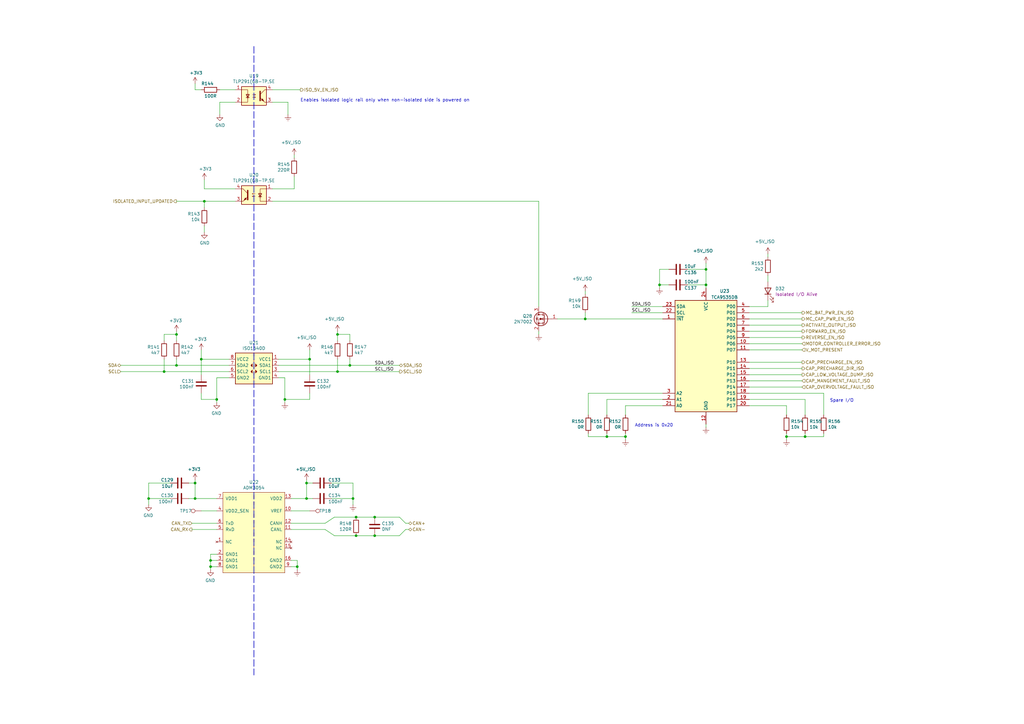
<source format=kicad_sch>
(kicad_sch (version 20211123) (generator eeschema)

  (uuid a5e6f7cb-0a81-4357-a11f-231d23300342)

  (paper "A3")

  (title_block
    (title "Loco Main Board")
    (date "2021-05-26")
    (rev "vA")
    (comment 1 "MJ")
  )

  (lib_symbols
    (symbol "RCAS_FETs:Q_NMOS_GSD" (pin_names (offset 0) hide) (in_bom yes) (on_board yes)
      (property "Reference" "Q" (id 0) (at 5.08 1.27 0)
        (effects (font (size 1.27 1.27)) (justify left))
      )
      (property "Value" "Q_NMOS_GSD" (id 1) (at 5.08 -1.27 0)
        (effects (font (size 1.27 1.27)) (justify left))
      )
      (property "Footprint" "" (id 2) (at 5.08 2.54 0)
        (effects (font (size 1.27 1.27)) hide)
      )
      (property "Datasheet" "~" (id 3) (at 0 0 0)
        (effects (font (size 1.27 1.27)) hide)
      )
      (property "ki_keywords" "transistor NMOS N-MOS N-MOSFET" (id 4) (at 0 0 0)
        (effects (font (size 1.27 1.27)) hide)
      )
      (property "ki_description" "N-MOSFET transistor, gate/source/drain" (id 5) (at 0 0 0)
        (effects (font (size 1.27 1.27)) hide)
      )
      (symbol "Q_NMOS_GSD_0_1"
        (polyline
          (pts
            (xy 0.254 0)
            (xy -2.54 0)
          )
          (stroke (width 0) (type default) (color 0 0 0 0))
          (fill (type none))
        )
        (polyline
          (pts
            (xy 0.254 1.905)
            (xy 0.254 -1.905)
          )
          (stroke (width 0.254) (type default) (color 0 0 0 0))
          (fill (type none))
        )
        (polyline
          (pts
            (xy 0.762 -1.27)
            (xy 0.762 -2.286)
          )
          (stroke (width 0.254) (type default) (color 0 0 0 0))
          (fill (type none))
        )
        (polyline
          (pts
            (xy 0.762 0.508)
            (xy 0.762 -0.508)
          )
          (stroke (width 0.254) (type default) (color 0 0 0 0))
          (fill (type none))
        )
        (polyline
          (pts
            (xy 0.762 2.286)
            (xy 0.762 1.27)
          )
          (stroke (width 0.254) (type default) (color 0 0 0 0))
          (fill (type none))
        )
        (polyline
          (pts
            (xy 2.54 2.54)
            (xy 2.54 1.778)
          )
          (stroke (width 0) (type default) (color 0 0 0 0))
          (fill (type none))
        )
        (polyline
          (pts
            (xy 2.54 -2.54)
            (xy 2.54 0)
            (xy 0.762 0)
          )
          (stroke (width 0) (type default) (color 0 0 0 0))
          (fill (type none))
        )
        (polyline
          (pts
            (xy 0.762 -1.778)
            (xy 3.302 -1.778)
            (xy 3.302 1.778)
            (xy 0.762 1.778)
          )
          (stroke (width 0) (type default) (color 0 0 0 0))
          (fill (type none))
        )
        (polyline
          (pts
            (xy 1.016 0)
            (xy 2.032 0.381)
            (xy 2.032 -0.381)
            (xy 1.016 0)
          )
          (stroke (width 0) (type default) (color 0 0 0 0))
          (fill (type outline))
        )
        (polyline
          (pts
            (xy 2.794 0.508)
            (xy 2.921 0.381)
            (xy 3.683 0.381)
            (xy 3.81 0.254)
          )
          (stroke (width 0) (type default) (color 0 0 0 0))
          (fill (type none))
        )
        (polyline
          (pts
            (xy 3.302 0.381)
            (xy 2.921 -0.254)
            (xy 3.683 -0.254)
            (xy 3.302 0.381)
          )
          (stroke (width 0) (type default) (color 0 0 0 0))
          (fill (type none))
        )
        (circle (center 1.651 0) (radius 2.794)
          (stroke (width 0.254) (type default) (color 0 0 0 0))
          (fill (type none))
        )
        (circle (center 2.54 -1.778) (radius 0.254)
          (stroke (width 0) (type default) (color 0 0 0 0))
          (fill (type outline))
        )
        (circle (center 2.54 1.778) (radius 0.254)
          (stroke (width 0) (type default) (color 0 0 0 0))
          (fill (type outline))
        )
      )
      (symbol "Q_NMOS_GSD_1_1"
        (pin input line (at -5.08 0 0) (length 2.54)
          (name "G" (effects (font (size 1.27 1.27))))
          (number "1" (effects (font (size 1.27 1.27))))
        )
        (pin passive line (at 2.54 -5.08 90) (length 2.54)
          (name "S" (effects (font (size 1.27 1.27))))
          (number "2" (effects (font (size 1.27 1.27))))
        )
        (pin passive line (at 2.54 5.08 270) (length 2.54)
          (name "D" (effects (font (size 1.27 1.27))))
          (number "3" (effects (font (size 1.27 1.27))))
        )
      )
    )
    (symbol "RCAS_Interface:TCA9535DB" (in_bom yes) (on_board yes)
      (property "Reference" "U" (id 0) (at -11.43 24.13 0)
        (effects (font (size 1.27 1.27)))
      )
      (property "Value" "TCA9535DB" (id 1) (at 0 0 0)
        (effects (font (size 1.27 1.27)))
      )
      (property "Footprint" "" (id 2) (at 26.67 -25.4 0)
        (effects (font (size 1.27 1.27)) hide)
      )
      (property "Datasheet" "" (id 3) (at -12.7 22.86 0)
        (effects (font (size 1.27 1.27)) hide)
      )
      (property "ki_keywords" "ti parallel port" (id 4) (at 0 0 0)
        (effects (font (size 1.27 1.27)) hide)
      )
      (property "ki_description" "16-bit I/O expander, I2C and SMBus interface, interrupts, w/o pull-ups, SSOP-24" (id 5) (at 0 0 0)
        (effects (font (size 1.27 1.27)) hide)
      )
      (symbol "TCA9535DB_0_1"
        (rectangle (start -12.7 22.86) (end 12.7 -22.86)
          (stroke (width 0.254) (type default) (color 0 0 0 0))
          (fill (type background))
        )
      )
      (symbol "TCA9535DB_1_1"
        (pin open_collector line (at -17.78 15.24 0) (length 5.08)
          (name "~{INT}" (effects (font (size 1.27 1.27))))
          (number "1" (effects (font (size 1.27 1.27))))
        )
        (pin bidirectional line (at 17.78 5.08 180) (length 5.08)
          (name "P06" (effects (font (size 1.27 1.27))))
          (number "10" (effects (font (size 1.27 1.27))))
        )
        (pin bidirectional line (at 17.78 2.54 180) (length 5.08)
          (name "P07" (effects (font (size 1.27 1.27))))
          (number "11" (effects (font (size 1.27 1.27))))
        )
        (pin power_in line (at 0 -27.94 90) (length 5.08)
          (name "GND" (effects (font (size 1.27 1.27))))
          (number "12" (effects (font (size 1.27 1.27))))
        )
        (pin bidirectional line (at 17.78 -2.54 180) (length 5.08)
          (name "P10" (effects (font (size 1.27 1.27))))
          (number "13" (effects (font (size 1.27 1.27))))
        )
        (pin bidirectional line (at 17.78 -5.08 180) (length 5.08)
          (name "P11" (effects (font (size 1.27 1.27))))
          (number "14" (effects (font (size 1.27 1.27))))
        )
        (pin bidirectional line (at 17.78 -7.62 180) (length 5.08)
          (name "P12" (effects (font (size 1.27 1.27))))
          (number "15" (effects (font (size 1.27 1.27))))
        )
        (pin bidirectional line (at 17.78 -10.16 180) (length 5.08)
          (name "P13" (effects (font (size 1.27 1.27))))
          (number "16" (effects (font (size 1.27 1.27))))
        )
        (pin bidirectional line (at 17.78 -12.7 180) (length 5.08)
          (name "P14" (effects (font (size 1.27 1.27))))
          (number "17" (effects (font (size 1.27 1.27))))
        )
        (pin bidirectional line (at 17.78 -15.24 180) (length 5.08)
          (name "P15" (effects (font (size 1.27 1.27))))
          (number "18" (effects (font (size 1.27 1.27))))
        )
        (pin bidirectional line (at 17.78 -17.78 180) (length 5.08)
          (name "P16" (effects (font (size 1.27 1.27))))
          (number "19" (effects (font (size 1.27 1.27))))
        )
        (pin input line (at -17.78 -17.78 0) (length 5.08)
          (name "A1" (effects (font (size 1.27 1.27))))
          (number "2" (effects (font (size 1.27 1.27))))
        )
        (pin bidirectional line (at 17.78 -20.32 180) (length 5.08)
          (name "P17" (effects (font (size 1.27 1.27))))
          (number "20" (effects (font (size 1.27 1.27))))
        )
        (pin input line (at -17.78 -20.32 0) (length 5.08)
          (name "A0" (effects (font (size 1.27 1.27))))
          (number "21" (effects (font (size 1.27 1.27))))
        )
        (pin input line (at -17.78 17.78 0) (length 5.08)
          (name "SCL" (effects (font (size 1.27 1.27))))
          (number "22" (effects (font (size 1.27 1.27))))
        )
        (pin bidirectional line (at -17.78 20.32 0) (length 5.08)
          (name "SDA" (effects (font (size 1.27 1.27))))
          (number "23" (effects (font (size 1.27 1.27))))
        )
        (pin power_in line (at 0 27.94 270) (length 5.08)
          (name "VCC" (effects (font (size 1.27 1.27))))
          (number "24" (effects (font (size 1.27 1.27))))
        )
        (pin input line (at -17.78 -15.24 0) (length 5.08)
          (name "A2" (effects (font (size 1.27 1.27))))
          (number "3" (effects (font (size 1.27 1.27))))
        )
        (pin bidirectional line (at 17.78 20.32 180) (length 5.08)
          (name "P00" (effects (font (size 1.27 1.27))))
          (number "4" (effects (font (size 1.27 1.27))))
        )
        (pin bidirectional line (at 17.78 17.78 180) (length 5.08)
          (name "P01" (effects (font (size 1.27 1.27))))
          (number "5" (effects (font (size 1.27 1.27))))
        )
        (pin bidirectional line (at 17.78 15.24 180) (length 5.08)
          (name "P02" (effects (font (size 1.27 1.27))))
          (number "6" (effects (font (size 1.27 1.27))))
        )
        (pin bidirectional line (at 17.78 12.7 180) (length 5.08)
          (name "P03" (effects (font (size 1.27 1.27))))
          (number "7" (effects (font (size 1.27 1.27))))
        )
        (pin bidirectional line (at 17.78 10.16 180) (length 5.08)
          (name "P04" (effects (font (size 1.27 1.27))))
          (number "8" (effects (font (size 1.27 1.27))))
        )
        (pin bidirectional line (at 17.78 7.62 180) (length 5.08)
          (name "P05" (effects (font (size 1.27 1.27))))
          (number "9" (effects (font (size 1.27 1.27))))
        )
      )
    )
    (symbol "RCAS_Isolators:ADM3054_Isolated_CAN_Transceiver" (pin_names (offset 1.016)) (in_bom yes) (on_board yes)
      (property "Reference" "U" (id 0) (at 0 6.35 0)
        (effects (font (size 1.27 1.27)))
      )
      (property "Value" "ADM3054_Isolated_CAN_Transceiver" (id 1) (at 0 3.81 0)
        (effects (font (size 1.27 1.27)))
      )
      (property "Footprint" "" (id 2) (at -15.24 0 0)
        (effects (font (size 1.27 1.27)) hide)
      )
      (property "Datasheet" "" (id 3) (at -15.24 0 0)
        (effects (font (size 1.27 1.27)) hide)
      )
      (symbol "ADM3054_Isolated_CAN_Transceiver_0_0"
        (pin no_connect line (at -15.24 -17.78 0) (length 2.54)
          (name "NC" (effects (font (size 1.27 1.27))))
          (number "1" (effects (font (size 1.27 1.27))))
        )
        (pin power_in line (at 15.24 -5.08 180) (length 2.54)
          (name "VREF" (effects (font (size 1.27 1.27))))
          (number "10" (effects (font (size 1.27 1.27))))
        )
        (pin bidirectional line (at 15.24 -12.7 180) (length 2.54)
          (name "CANL" (effects (font (size 1.27 1.27))))
          (number "11" (effects (font (size 1.27 1.27))))
        )
        (pin bidirectional line (at 15.24 -10.16 180) (length 2.54)
          (name "CANH" (effects (font (size 1.27 1.27))))
          (number "12" (effects (font (size 1.27 1.27))))
        )
        (pin power_in line (at 15.24 0 180) (length 2.54)
          (name "VDD2" (effects (font (size 1.27 1.27))))
          (number "13" (effects (font (size 1.27 1.27))))
        )
        (pin no_connect line (at 15.24 -17.78 180) (length 2.54)
          (name "NC" (effects (font (size 1.27 1.27))))
          (number "14" (effects (font (size 1.27 1.27))))
        )
        (pin no_connect line (at 15.24 -20.32 180) (length 2.54)
          (name "NC" (effects (font (size 1.27 1.27))))
          (number "15" (effects (font (size 1.27 1.27))))
        )
        (pin power_in line (at 15.24 -25.4 180) (length 2.54)
          (name "GND2" (effects (font (size 1.27 1.27))))
          (number "16" (effects (font (size 1.27 1.27))))
        )
        (pin power_in line (at -15.24 -22.86 0) (length 2.54)
          (name "GND1" (effects (font (size 1.27 1.27))))
          (number "2" (effects (font (size 1.27 1.27))))
        )
        (pin power_in line (at -15.24 -25.4 0) (length 2.54)
          (name "GND1" (effects (font (size 1.27 1.27))))
          (number "3" (effects (font (size 1.27 1.27))))
        )
        (pin input line (at -15.24 -5.08 0) (length 2.54)
          (name "VDD2_SEN" (effects (font (size 1.27 1.27))))
          (number "4" (effects (font (size 1.27 1.27))))
        )
        (pin output line (at -15.24 -12.7 0) (length 2.54)
          (name "RxD" (effects (font (size 1.27 1.27))))
          (number "5" (effects (font (size 1.27 1.27))))
        )
        (pin input line (at -15.24 -10.16 0) (length 2.54)
          (name "TxD" (effects (font (size 1.27 1.27))))
          (number "6" (effects (font (size 1.27 1.27))))
        )
        (pin power_in line (at -15.24 0 0) (length 2.54)
          (name "VDD1" (effects (font (size 1.27 1.27))))
          (number "7" (effects (font (size 1.27 1.27))))
        )
        (pin power_in line (at -15.24 -27.94 0) (length 2.54)
          (name "GND1" (effects (font (size 1.27 1.27))))
          (number "8" (effects (font (size 1.27 1.27))))
        )
        (pin power_in line (at 15.24 -27.94 180) (length 2.54)
          (name "GND2" (effects (font (size 1.27 1.27))))
          (number "9" (effects (font (size 1.27 1.27))))
        )
      )
      (symbol "ADM3054_Isolated_CAN_Transceiver_0_1"
        (rectangle (start -12.7 2.54) (end 12.7 -30.48)
          (stroke (width 0) (type default) (color 0 0 0 0))
          (fill (type background))
        )
        (polyline
          (pts
            (xy 0 -26.67)
            (xy 0 -27.94)
          )
          (stroke (width 0) (type default) (color 0 0 0 0))
          (fill (type none))
        )
        (polyline
          (pts
            (xy 0 -24.13)
            (xy 0 -25.4)
          )
          (stroke (width 0) (type default) (color 0 0 0 0))
          (fill (type none))
        )
        (polyline
          (pts
            (xy 0 -22.86)
            (xy 0 -21.59)
          )
          (stroke (width 0) (type default) (color 0 0 0 0))
          (fill (type none))
        )
        (polyline
          (pts
            (xy 0 -19.05)
            (xy 0 -20.32)
          )
          (stroke (width 0) (type default) (color 0 0 0 0))
          (fill (type none))
        )
        (polyline
          (pts
            (xy 0 -16.51)
            (xy 0 -17.78)
          )
          (stroke (width 0) (type default) (color 0 0 0 0))
          (fill (type none))
        )
        (polyline
          (pts
            (xy 0 -13.97)
            (xy 0 -15.24)
          )
          (stroke (width 0) (type default) (color 0 0 0 0))
          (fill (type none))
        )
        (polyline
          (pts
            (xy 0 -12.7)
            (xy 0 -11.43)
          )
          (stroke (width 0) (type default) (color 0 0 0 0))
          (fill (type none))
        )
        (polyline
          (pts
            (xy 0 -8.89)
            (xy 0 -10.16)
          )
          (stroke (width 0) (type default) (color 0 0 0 0))
          (fill (type none))
        )
        (polyline
          (pts
            (xy 0 -6.35)
            (xy 0 -7.62)
          )
          (stroke (width 0) (type default) (color 0 0 0 0))
          (fill (type none))
        )
        (polyline
          (pts
            (xy 0 -3.81)
            (xy 0 -5.08)
          )
          (stroke (width 0) (type default) (color 0 0 0 0))
          (fill (type none))
        )
        (polyline
          (pts
            (xy 0 -1.27)
            (xy 0 -2.54)
          )
          (stroke (width 0) (type default) (color 0 0 0 0))
          (fill (type none))
        )
        (polyline
          (pts
            (xy 0 1.27)
            (xy 0 0)
          )
          (stroke (width 0) (type default) (color 0 0 0 0))
          (fill (type none))
        )
      )
    )
    (symbol "RCAS_Isolators:ISO1540" (in_bom yes) (on_board yes)
      (property "Reference" "U" (id 0) (at -6.35 6.35 0)
        (effects (font (size 1.27 1.27)))
      )
      (property "Value" "ISO1540" (id 1) (at 3.81 6.35 0)
        (effects (font (size 1.27 1.27)))
      )
      (property "Footprint" "" (id 2) (at 0 -8.89 0)
        (effects (font (size 1.27 1.27)) hide)
      )
      (property "Datasheet" "http://www.ti.com/lit/ds/symlink/iso1541.pdf" (id 3) (at 0 1.27 0)
        (effects (font (size 1.27 1.27)) hide)
      )
      (property "ki_keywords" "digital isolator i2c" (id 4) (at 0 0 0)
        (effects (font (size 1.27 1.27)) hide)
      )
      (property "ki_description" "I2C Isolator, 2.5 kVrms, Bidirectional clock and data, SOIC-8" (id 5) (at 0 0 0)
        (effects (font (size 1.27 1.27)) hide)
      )
      (property "ki_fp_filters" "SOIC*3.9x4.9mm*P1.27mm*" (id 6) (at 0 0 0)
        (effects (font (size 1.27 1.27)) hide)
      )
      (symbol "ISO1540_0_1"
        (rectangle (start -7.62 5.08) (end 7.62 -7.62)
          (stroke (width 0.254) (type default) (color 0 0 0 0))
          (fill (type background))
        )
        (rectangle (start 0 -5.08) (end 0 -6.35)
          (stroke (width 0) (type default) (color 0 0 0 0))
          (fill (type none))
        )
        (polyline
          (pts
            (xy 0 -2.54)
            (xy 0 -3.81)
          )
          (stroke (width 0) (type default) (color 0 0 0 0))
          (fill (type none))
        )
        (polyline
          (pts
            (xy 0 0)
            (xy 0 -1.27)
          )
          (stroke (width 0) (type default) (color 0 0 0 0))
          (fill (type none))
        )
        (polyline
          (pts
            (xy 0 2.54)
            (xy 0 1.27)
          )
          (stroke (width 0) (type default) (color 0 0 0 0))
          (fill (type none))
        )
        (polyline
          (pts
            (xy 0 5.08)
            (xy 0 3.81)
          )
          (stroke (width 0) (type default) (color 0 0 0 0))
          (fill (type none))
        )
        (polyline
          (pts
            (xy -0.635 0.635)
            (xy -1.27 0)
            (xy -0.635 -0.635)
            (xy -0.635 0.635)
          )
          (stroke (width 0) (type default) (color 0 0 0 0))
          (fill (type outline))
        )
        (polyline
          (pts
            (xy 0.635 -1.905)
            (xy 1.27 -2.54)
            (xy 0.635 -3.175)
            (xy 0.635 -1.905)
          )
          (stroke (width 0) (type default) (color 0 0 0 0))
          (fill (type outline))
        )
        (polyline
          (pts
            (xy 0.635 0.635)
            (xy 1.27 0)
            (xy 0.635 -0.635)
            (xy 0.635 0.635)
          )
          (stroke (width 0) (type default) (color 0 0 0 0))
          (fill (type outline))
        )
      )
      (symbol "ISO1540_1_1"
        (polyline
          (pts
            (xy -0.635 -1.905)
            (xy -1.27 -2.54)
            (xy -0.635 -3.175)
            (xy -0.635 -1.905)
          )
          (stroke (width 0) (type default) (color 0 0 0 0))
          (fill (type outline))
        )
        (pin power_in line (at -10.16 2.54 0) (length 2.54)
          (name "VCC1" (effects (font (size 1.27 1.27))))
          (number "1" (effects (font (size 1.27 1.27))))
        )
        (pin bidirectional line (at -10.16 0 0) (length 2.54)
          (name "SDA1" (effects (font (size 1.27 1.27))))
          (number "2" (effects (font (size 1.27 1.27))))
        )
        (pin bidirectional line (at -10.16 -2.54 0) (length 2.54)
          (name "SCL1" (effects (font (size 1.27 1.27))))
          (number "3" (effects (font (size 1.27 1.27))))
        )
        (pin power_in line (at -10.16 -5.08 0) (length 2.54)
          (name "GND1" (effects (font (size 1.27 1.27))))
          (number "4" (effects (font (size 1.27 1.27))))
        )
        (pin power_in line (at 10.16 -5.08 180) (length 2.54)
          (name "GND2" (effects (font (size 1.27 1.27))))
          (number "5" (effects (font (size 1.27 1.27))))
        )
        (pin bidirectional line (at 10.16 -2.54 180) (length 2.54)
          (name "SCL2" (effects (font (size 1.27 1.27))))
          (number "6" (effects (font (size 1.27 1.27))))
        )
        (pin bidirectional line (at 10.16 0 180) (length 2.54)
          (name "SDA2" (effects (font (size 1.27 1.27))))
          (number "7" (effects (font (size 1.27 1.27))))
        )
        (pin power_in line (at 10.16 2.54 180) (length 2.54)
          (name "VCC2" (effects (font (size 1.27 1.27))))
          (number "8" (effects (font (size 1.27 1.27))))
        )
      )
    )
    (symbol "RCAS_Isolators:Optocoupler_Single_TLP291" (in_bom yes) (on_board yes)
      (property "Reference" "U" (id 0) (at -5.08 5.08 0)
        (effects (font (size 1.27 1.27)) (justify left))
      )
      (property "Value" "Optocoupler_Single_TLP291" (id 1) (at 0 5.08 0)
        (effects (font (size 1.27 1.27)) (justify left))
      )
      (property "Footprint" "Package_SO:SOIC-4_4.55x2.6mm_P1.27mm" (id 2) (at -5.08 -5.08 0)
        (effects (font (size 1.27 1.27) italic) (justify left) hide)
      )
      (property "Datasheet" "" (id 3) (at 0 0 0)
        (effects (font (size 1.27 1.27)) (justify left) hide)
      )
      (property "ki_keywords" "NPN DC Optocoupler" (id 4) (at 0 0 0)
        (effects (font (size 1.27 1.27)) hide)
      )
      (property "ki_description" "DC Optocoupler, Vce 80V, CTR 50-100%, SOP4" (id 5) (at 0 0 0)
        (effects (font (size 1.27 1.27)) hide)
      )
      (property "ki_fp_filters" "SOIC*4.55x2.6mm*P1.27mm*" (id 6) (at 0 0 0)
        (effects (font (size 1.27 1.27)) hide)
      )
      (symbol "Optocoupler_Single_TLP291_0_1"
        (rectangle (start -5.08 3.81) (end 5.08 -3.81)
          (stroke (width 0.254) (type default) (color 0 0 0 0))
          (fill (type background))
        )
        (polyline
          (pts
            (xy -3.175 -0.635)
            (xy -1.905 -0.635)
          )
          (stroke (width 0.254) (type default) (color 0 0 0 0))
          (fill (type none))
        )
        (polyline
          (pts
            (xy 2.54 0.635)
            (xy 4.445 2.54)
          )
          (stroke (width 0) (type default) (color 0 0 0 0))
          (fill (type none))
        )
        (polyline
          (pts
            (xy 4.445 -2.54)
            (xy 2.54 -0.635)
          )
          (stroke (width 0) (type default) (color 0 0 0 0))
          (fill (type outline))
        )
        (polyline
          (pts
            (xy 4.445 -2.54)
            (xy 5.08 -2.54)
          )
          (stroke (width 0) (type default) (color 0 0 0 0))
          (fill (type none))
        )
        (polyline
          (pts
            (xy 4.445 2.54)
            (xy 5.08 2.54)
          )
          (stroke (width 0) (type default) (color 0 0 0 0))
          (fill (type none))
        )
        (polyline
          (pts
            (xy -2.54 -0.635)
            (xy -2.54 -2.54)
            (xy -5.08 -2.54)
          )
          (stroke (width 0) (type default) (color 0 0 0 0))
          (fill (type none))
        )
        (polyline
          (pts
            (xy 2.54 1.905)
            (xy 2.54 -1.905)
            (xy 2.54 -1.905)
          )
          (stroke (width 0.508) (type default) (color 0 0 0 0))
          (fill (type none))
        )
        (polyline
          (pts
            (xy -5.08 2.54)
            (xy -2.54 2.54)
            (xy -2.54 -1.27)
            (xy -2.54 0.635)
          )
          (stroke (width 0) (type default) (color 0 0 0 0))
          (fill (type none))
        )
        (polyline
          (pts
            (xy -2.54 -0.635)
            (xy -3.175 0.635)
            (xy -1.905 0.635)
            (xy -2.54 -0.635)
          )
          (stroke (width 0.254) (type default) (color 0 0 0 0))
          (fill (type none))
        )
        (polyline
          (pts
            (xy -0.508 -0.508)
            (xy 0.762 -0.508)
            (xy 0.381 -0.635)
            (xy 0.381 -0.381)
            (xy 0.762 -0.508)
          )
          (stroke (width 0) (type default) (color 0 0 0 0))
          (fill (type none))
        )
        (polyline
          (pts
            (xy -0.508 0.508)
            (xy 0.762 0.508)
            (xy 0.381 0.381)
            (xy 0.381 0.635)
            (xy 0.762 0.508)
          )
          (stroke (width 0) (type default) (color 0 0 0 0))
          (fill (type none))
        )
        (polyline
          (pts
            (xy 3.048 -1.651)
            (xy 3.556 -1.143)
            (xy 4.064 -2.159)
            (xy 3.048 -1.651)
            (xy 3.048 -1.651)
          )
          (stroke (width 0) (type default) (color 0 0 0 0))
          (fill (type outline))
        )
      )
      (symbol "Optocoupler_Single_TLP291_1_1"
        (pin passive line (at -7.62 2.54 0) (length 2.54)
          (name "~" (effects (font (size 1.27 1.27))))
          (number "1" (effects (font (size 1.27 1.27))))
        )
        (pin passive line (at -7.62 -2.54 0) (length 2.54)
          (name "~" (effects (font (size 1.27 1.27))))
          (number "2" (effects (font (size 1.27 1.27))))
        )
        (pin passive line (at 7.62 -2.54 180) (length 2.54)
          (name "~" (effects (font (size 1.27 1.27))))
          (number "3" (effects (font (size 1.27 1.27))))
        )
        (pin passive line (at 7.62 2.54 180) (length 2.54)
          (name "~" (effects (font (size 1.27 1.27))))
          (number "4" (effects (font (size 1.27 1.27))))
        )
      )
    )
    (symbol "RCAS_LEDs:LED" (pin_numbers hide) (pin_names (offset 1.016) hide) (in_bom yes) (on_board yes)
      (property "Reference" "D" (id 0) (at 0 2.54 0)
        (effects (font (size 1.27 1.27)))
      )
      (property "Value" "LED" (id 1) (at 0 -2.54 0)
        (effects (font (size 1.27 1.27)))
      )
      (property "Footprint" "" (id 2) (at 0 0 0)
        (effects (font (size 1.27 1.27)) hide)
      )
      (property "Datasheet" "~" (id 3) (at 0 0 0)
        (effects (font (size 1.27 1.27)) hide)
      )
      (property "ki_keywords" "LED diode" (id 4) (at 0 0 0)
        (effects (font (size 1.27 1.27)) hide)
      )
      (property "ki_description" "Light emitting diode" (id 5) (at 0 0 0)
        (effects (font (size 1.27 1.27)) hide)
      )
      (property "ki_fp_filters" "LED* LED_SMD:* LED_THT:*" (id 6) (at 0 0 0)
        (effects (font (size 1.27 1.27)) hide)
      )
      (symbol "LED_0_1"
        (polyline
          (pts
            (xy -1.27 -1.27)
            (xy -1.27 1.27)
          )
          (stroke (width 0.254) (type default) (color 0 0 0 0))
          (fill (type none))
        )
        (polyline
          (pts
            (xy -1.27 0)
            (xy 1.27 0)
          )
          (stroke (width 0) (type default) (color 0 0 0 0))
          (fill (type none))
        )
        (polyline
          (pts
            (xy 1.27 -1.27)
            (xy 1.27 1.27)
            (xy -1.27 0)
            (xy 1.27 -1.27)
          )
          (stroke (width 0.254) (type default) (color 0 0 0 0))
          (fill (type none))
        )
        (polyline
          (pts
            (xy -3.048 -0.762)
            (xy -4.572 -2.286)
            (xy -3.81 -2.286)
            (xy -4.572 -2.286)
            (xy -4.572 -1.524)
          )
          (stroke (width 0) (type default) (color 0 0 0 0))
          (fill (type none))
        )
        (polyline
          (pts
            (xy -1.778 -0.762)
            (xy -3.302 -2.286)
            (xy -2.54 -2.286)
            (xy -3.302 -2.286)
            (xy -3.302 -1.524)
          )
          (stroke (width 0) (type default) (color 0 0 0 0))
          (fill (type none))
        )
      )
      (symbol "LED_1_1"
        (pin passive line (at -3.81 0 0) (length 2.54)
          (name "K" (effects (font (size 1.27 1.27))))
          (number "1" (effects (font (size 1.27 1.27))))
        )
        (pin passive line (at 3.81 0 180) (length 2.54)
          (name "A" (effects (font (size 1.27 1.27))))
          (number "2" (effects (font (size 1.27 1.27))))
        )
      )
    )
    (symbol "RCAS_Passives:Capacitor" (pin_numbers hide) (pin_names (offset 0.254)) (in_bom yes) (on_board yes)
      (property "Reference" "C" (id 0) (at 0.635 2.54 0)
        (effects (font (size 1.27 1.27)) (justify left))
      )
      (property "Value" "Capacitor" (id 1) (at 0.635 -2.54 0)
        (effects (font (size 1.27 1.27)) (justify left))
      )
      (property "Footprint" "" (id 2) (at 0.9652 -3.81 0)
        (effects (font (size 1.27 1.27)) hide)
      )
      (property "Datasheet" "~" (id 3) (at 0 0 0)
        (effects (font (size 1.27 1.27)) hide)
      )
      (property "ki_keywords" "cap capacitor" (id 4) (at 0 0 0)
        (effects (font (size 1.27 1.27)) hide)
      )
      (property "ki_description" "Unpolarized capacitor" (id 5) (at 0 0 0)
        (effects (font (size 1.27 1.27)) hide)
      )
      (property "ki_fp_filters" "C_*" (id 6) (at 0 0 0)
        (effects (font (size 1.27 1.27)) hide)
      )
      (symbol "Capacitor_0_1"
        (polyline
          (pts
            (xy -2.032 -0.762)
            (xy 2.032 -0.762)
          )
          (stroke (width 0.508) (type default) (color 0 0 0 0))
          (fill (type none))
        )
        (polyline
          (pts
            (xy -2.032 0.762)
            (xy 2.032 0.762)
          )
          (stroke (width 0.508) (type default) (color 0 0 0 0))
          (fill (type none))
        )
      )
      (symbol "Capacitor_1_1"
        (pin passive line (at 0 3.81 270) (length 2.794)
          (name "~" (effects (font (size 1.27 1.27))))
          (number "1" (effects (font (size 1.27 1.27))))
        )
        (pin passive line (at 0 -3.81 90) (length 2.794)
          (name "~" (effects (font (size 1.27 1.27))))
          (number "2" (effects (font (size 1.27 1.27))))
        )
      )
    )
    (symbol "RCAS_Passives:Resistor" (pin_numbers hide) (pin_names (offset 0)) (in_bom yes) (on_board yes)
      (property "Reference" "R" (id 0) (at 2.032 0 90)
        (effects (font (size 1.27 1.27)))
      )
      (property "Value" "Resistor" (id 1) (at 0 0 90)
        (effects (font (size 1.27 1.27)))
      )
      (property "Footprint" "" (id 2) (at -1.778 0 90)
        (effects (font (size 1.27 1.27)) hide)
      )
      (property "Datasheet" "~" (id 3) (at 0 0 0)
        (effects (font (size 1.27 1.27)) hide)
      )
      (property "ki_keywords" "R res resistor" (id 4) (at 0 0 0)
        (effects (font (size 1.27 1.27)) hide)
      )
      (property "ki_description" "Resistor" (id 5) (at 0 0 0)
        (effects (font (size 1.27 1.27)) hide)
      )
      (property "ki_fp_filters" "R_*" (id 6) (at 0 0 0)
        (effects (font (size 1.27 1.27)) hide)
      )
      (symbol "Resistor_0_1"
        (rectangle (start -1.016 -2.54) (end 1.016 2.54)
          (stroke (width 0.254) (type default) (color 0 0 0 0))
          (fill (type none))
        )
      )
      (symbol "Resistor_1_1"
        (pin passive line (at 0 3.81 270) (length 1.27)
          (name "~" (effects (font (size 1.27 1.27))))
          (number "1" (effects (font (size 1.27 1.27))))
        )
        (pin passive line (at 0 -3.81 90) (length 1.27)
          (name "~" (effects (font (size 1.27 1.27))))
          (number "2" (effects (font (size 1.27 1.27))))
        )
      )
    )
    (symbol "RCAS_Power_Symbols:+3V3" (power) (pin_names (offset 0)) (in_bom yes) (on_board yes)
      (property "Reference" "#PWR" (id 0) (at 0 -3.81 0)
        (effects (font (size 1.27 1.27)) hide)
      )
      (property "Value" "+3V3" (id 1) (at 0 3.556 0)
        (effects (font (size 1.27 1.27)))
      )
      (property "Footprint" "" (id 2) (at 0 0 0)
        (effects (font (size 1.27 1.27)) hide)
      )
      (property "Datasheet" "" (id 3) (at 0 0 0)
        (effects (font (size 1.27 1.27)) hide)
      )
      (property "ki_keywords" "power-flag" (id 4) (at 0 0 0)
        (effects (font (size 1.27 1.27)) hide)
      )
      (property "ki_description" "Power symbol creates a global label with name \"+3V3\"" (id 5) (at 0 0 0)
        (effects (font (size 1.27 1.27)) hide)
      )
      (symbol "+3V3_0_1"
        (polyline
          (pts
            (xy -0.762 1.27)
            (xy 0 2.54)
          )
          (stroke (width 0) (type default) (color 0 0 0 0))
          (fill (type none))
        )
        (polyline
          (pts
            (xy 0 0)
            (xy 0 2.54)
          )
          (stroke (width 0) (type default) (color 0 0 0 0))
          (fill (type none))
        )
        (polyline
          (pts
            (xy 0 2.54)
            (xy 0.762 1.27)
          )
          (stroke (width 0) (type default) (color 0 0 0 0))
          (fill (type none))
        )
      )
      (symbol "+3V3_1_1"
        (pin power_in line (at 0 0 90) (length 0) hide
          (name "+3V3" (effects (font (size 1.27 1.27))))
          (number "1" (effects (font (size 1.27 1.27))))
        )
      )
    )
    (symbol "RCAS_Power_Symbols:+5V0_ISO" (power) (pin_names (offset 0)) (in_bom yes) (on_board yes)
      (property "Reference" "#PWR" (id 0) (at 0 -3.81 0)
        (effects (font (size 1.27 1.27)) hide)
      )
      (property "Value" "+5V0_ISO" (id 1) (at 0 3.556 0)
        (effects (font (size 1.27 1.27)))
      )
      (property "Footprint" "" (id 2) (at 0 0 0)
        (effects (font (size 1.27 1.27)) hide)
      )
      (property "Datasheet" "" (id 3) (at 0 0 0)
        (effects (font (size 1.27 1.27)) hide)
      )
      (property "ki_keywords" "power-flag" (id 4) (at 0 0 0)
        (effects (font (size 1.27 1.27)) hide)
      )
      (property "ki_description" "Power symbol creates a global label with name \"+5V0_ISO\"" (id 5) (at 0 0 0)
        (effects (font (size 1.27 1.27)) hide)
      )
      (symbol "+5V0_ISO_0_1"
        (polyline
          (pts
            (xy -0.762 1.27)
            (xy 0 2.54)
          )
          (stroke (width 0) (type default) (color 0 0 0 0))
          (fill (type none))
        )
        (polyline
          (pts
            (xy 0 0)
            (xy 0 2.54)
          )
          (stroke (width 0) (type default) (color 0 0 0 0))
          (fill (type none))
        )
        (polyline
          (pts
            (xy 0 2.54)
            (xy 0.762 1.27)
          )
          (stroke (width 0) (type default) (color 0 0 0 0))
          (fill (type none))
        )
      )
      (symbol "+5V0_ISO_1_1"
        (pin power_in line (at 0 0 90) (length 0) hide
          (name "+5V_ISO" (effects (font (size 1.27 1.27))))
          (number "1" (effects (font (size 1.27 1.27))))
        )
      )
    )
    (symbol "RCAS_Power_Symbols:Earth" (power) (pin_names (offset 0)) (in_bom yes) (on_board yes)
      (property "Reference" "#PWR" (id 0) (at 0 -6.35 0)
        (effects (font (size 1.27 1.27)) hide)
      )
      (property "Value" "Earth" (id 1) (at 0 -3.81 0)
        (effects (font (size 1.27 1.27)) hide)
      )
      (property "Footprint" "" (id 2) (at 0 0 0)
        (effects (font (size 1.27 1.27)) hide)
      )
      (property "Datasheet" "~" (id 3) (at 0 0 0)
        (effects (font (size 1.27 1.27)) hide)
      )
      (property "ki_keywords" "power-flag ground gnd" (id 4) (at 0 0 0)
        (effects (font (size 1.27 1.27)) hide)
      )
      (property "ki_description" "Power symbol creates a global label with name \"Earth\"" (id 5) (at 0 0 0)
        (effects (font (size 1.27 1.27)) hide)
      )
      (symbol "Earth_0_1"
        (polyline
          (pts
            (xy -0.635 -1.905)
            (xy 0.635 -1.905)
          )
          (stroke (width 0) (type default) (color 0 0 0 0))
          (fill (type none))
        )
        (polyline
          (pts
            (xy -0.127 -2.54)
            (xy 0.127 -2.54)
          )
          (stroke (width 0) (type default) (color 0 0 0 0))
          (fill (type none))
        )
        (polyline
          (pts
            (xy 0 -1.27)
            (xy 0 0)
          )
          (stroke (width 0) (type default) (color 0 0 0 0))
          (fill (type none))
        )
        (polyline
          (pts
            (xy 1.27 -1.27)
            (xy -1.27 -1.27)
          )
          (stroke (width 0) (type default) (color 0 0 0 0))
          (fill (type none))
        )
      )
      (symbol "Earth_1_1"
        (pin power_in line (at 0 0 270) (length 0) hide
          (name "Earth" (effects (font (size 1.27 1.27))))
          (number "1" (effects (font (size 1.27 1.27))))
        )
      )
    )
    (symbol "RCAS_Power_Symbols:GND" (power) (pin_names (offset 0)) (in_bom yes) (on_board yes)
      (property "Reference" "#PWR" (id 0) (at 0 -6.35 0)
        (effects (font (size 1.27 1.27)) hide)
      )
      (property "Value" "GND" (id 1) (at 0 -3.81 0)
        (effects (font (size 1.27 1.27)))
      )
      (property "Footprint" "" (id 2) (at 0 0 0)
        (effects (font (size 1.27 1.27)) hide)
      )
      (property "Datasheet" "" (id 3) (at 0 0 0)
        (effects (font (size 1.27 1.27)) hide)
      )
      (property "ki_keywords" "power-flag" (id 4) (at 0 0 0)
        (effects (font (size 1.27 1.27)) hide)
      )
      (property "ki_description" "Power symbol creates a global label with name \"GND\" , ground" (id 5) (at 0 0 0)
        (effects (font (size 1.27 1.27)) hide)
      )
      (symbol "GND_0_1"
        (polyline
          (pts
            (xy 0 0)
            (xy 0 -1.27)
            (xy 1.27 -1.27)
            (xy 0 -2.54)
            (xy -1.27 -1.27)
            (xy 0 -1.27)
          )
          (stroke (width 0) (type default) (color 0 0 0 0))
          (fill (type none))
        )
      )
      (symbol "GND_1_1"
        (pin power_in line (at 0 0 270) (length 0) hide
          (name "GND" (effects (font (size 1.27 1.27))))
          (number "1" (effects (font (size 1.27 1.27))))
        )
      )
    )
    (symbol "RCAS_Test_Points:TestPoint" (pin_numbers hide) (pin_names (offset 0.762) hide) (in_bom yes) (on_board yes)
      (property "Reference" "TP" (id 0) (at 0 6.858 0)
        (effects (font (size 1.27 1.27)))
      )
      (property "Value" "TestPoint" (id 1) (at 0 5.08 0)
        (effects (font (size 1.27 1.27)))
      )
      (property "Footprint" "" (id 2) (at 5.08 0 0)
        (effects (font (size 1.27 1.27)) hide)
      )
      (property "Datasheet" "~" (id 3) (at 5.08 0 0)
        (effects (font (size 1.27 1.27)) hide)
      )
      (property "ki_keywords" "test point tp" (id 4) (at 0 0 0)
        (effects (font (size 1.27 1.27)) hide)
      )
      (property "ki_description" "test point" (id 5) (at 0 0 0)
        (effects (font (size 1.27 1.27)) hide)
      )
      (property "ki_fp_filters" "Pin* Test*" (id 6) (at 0 0 0)
        (effects (font (size 1.27 1.27)) hide)
      )
      (symbol "TestPoint_0_1"
        (circle (center 0 3.302) (radius 0.762)
          (stroke (width 0) (type default) (color 0 0 0 0))
          (fill (type none))
        )
      )
      (symbol "TestPoint_1_1"
        (pin passive line (at 0 0 90) (length 2.54)
          (name "1" (effects (font (size 1.27 1.27))))
          (number "1" (effects (font (size 1.27 1.27))))
        )
      )
    )
  )

  (junction (at 146.05 219.71) (diameter 0) (color 0 0 0 0)
    (uuid 046ca2d8-3ca1-4c64-8090-c45e9adcf30e)
  )
  (junction (at 83.82 82.55) (diameter 0) (color 0 0 0 0)
    (uuid 052acc87-8ff9-4162-8f55-f7121d221d0a)
  )
  (junction (at 153.67 212.09) (diameter 0) (color 0 0 0 0)
    (uuid 094dc71e-7ea9-4e30-8ba7-749216ec2a8b)
  )
  (junction (at 270.51 116.84) (diameter 0) (color 0 0 0 0)
    (uuid 09ab0b5c-3dee-42c8-b9e5-de0673874ccd)
  )
  (junction (at 256.54 179.07) (diameter 0) (color 0 0 0 0)
    (uuid 1020b588-7eb0-4b70-bbff-c77a867c3142)
  )
  (junction (at 116.84 163.83) (diameter 0) (color 0 0 0 0)
    (uuid 15a5a11b-0ea1-4f6e-b356-cc2d530615ed)
  )
  (junction (at 289.56 110.49) (diameter 0) (color 0 0 0 0)
    (uuid 1a734ace-0cd0-489a-9380-915322ff12bd)
  )
  (junction (at 153.67 219.71) (diameter 0) (color 0 0 0 0)
    (uuid 28d267fd-6d61-43bb-9705-8d59d7a44e81)
  )
  (junction (at 146.05 212.09) (diameter 0) (color 0 0 0 0)
    (uuid 2e6b1f7e-e4c3-43a1-ae90-c85aa40696d5)
  )
  (junction (at 80.01 198.12) (diameter 0) (color 0 0 0 0)
    (uuid 2fb9964c-4cd4-4e81-b5e8-f78759d3adb5)
  )
  (junction (at 330.2 179.07) (diameter 0) (color 0 0 0 0)
    (uuid 337d1242-91ab-4446-8b9e-7609c6a49e3c)
  )
  (junction (at 72.39 149.86) (diameter 0) (color 0 0 0 0)
    (uuid 341e67eb-d5e1-4cb7-9d11-5aa4ab832a2a)
  )
  (junction (at 125.73 204.47) (diameter 0) (color 0 0 0 0)
    (uuid 3c66e6e2-f12d-4b23-910e-e478d272dfd5)
  )
  (junction (at 80.01 204.47) (diameter 0) (color 0 0 0 0)
    (uuid 40b38567-9d6a-4691-bccf-1b4dbe39957b)
  )
  (junction (at 82.55 147.32) (diameter 0) (color 0 0 0 0)
    (uuid 45484f82-420e-44d0-a58e-382bb939dac5)
  )
  (junction (at 138.43 152.4) (diameter 0) (color 0 0 0 0)
    (uuid 4ef07d45-f940-4cb6-bb96-2ddec13fd099)
  )
  (junction (at 121.92 232.41) (diameter 0) (color 0 0 0 0)
    (uuid 53fda1fb-12bd-4536-80e1-aab5c0e3fc58)
  )
  (junction (at 143.51 149.86) (diameter 0) (color 0 0 0 0)
    (uuid 59ee13a4-660e-47e2-a73a-01cfe11439e9)
  )
  (junction (at 248.92 179.07) (diameter 0) (color 0 0 0 0)
    (uuid 67d6d490-a9a4-4ec7-8744-7c7abc821282)
  )
  (junction (at 144.78 204.47) (diameter 0) (color 0 0 0 0)
    (uuid 680c3e83-f590-4924-85a1-36d51b076683)
  )
  (junction (at 138.43 137.16) (diameter 0) (color 0 0 0 0)
    (uuid 71a9f036-1f13-462e-ac9e-81caaaa7f807)
  )
  (junction (at 88.9 163.83) (diameter 0) (color 0 0 0 0)
    (uuid 8afe1dbf-1187-4362-8af8-a90ca839a6b3)
  )
  (junction (at 86.36 232.41) (diameter 0) (color 0 0 0 0)
    (uuid aa288a22-ea1d-474d-8dae-efe971580843)
  )
  (junction (at 60.96 204.47) (diameter 0) (color 0 0 0 0)
    (uuid b2001159-b6cb-4000-85f5-34f6c410920f)
  )
  (junction (at 240.03 130.81) (diameter 0) (color 0 0 0 0)
    (uuid c0c62e93-8e84-4f2b-96ae-e90b55e0550a)
  )
  (junction (at 86.36 229.87) (diameter 0) (color 0 0 0 0)
    (uuid d372e2ac-d81e-48b7-8c55-9bbe58eeffc3)
  )
  (junction (at 127 147.32) (diameter 0) (color 0 0 0 0)
    (uuid d7df1f01-3f56-437b-a452-e88ad90a9805)
  )
  (junction (at 72.39 137.16) (diameter 0) (color 0 0 0 0)
    (uuid d8d71ad3-6fd1-4a98-9c1f-70c4fbf3d1d1)
  )
  (junction (at 322.58 179.07) (diameter 0) (color 0 0 0 0)
    (uuid d9ad01c4-9416-4b1f-8447-afc1d446fa8a)
  )
  (junction (at 67.31 152.4) (diameter 0) (color 0 0 0 0)
    (uuid de438bc3-2eba-4b9f-95e9-35ce5db157f6)
  )
  (junction (at 289.56 116.84) (diameter 0) (color 0 0 0 0)
    (uuid ed9596e5-f4f2-4fc2-bb34-16ad21b3b120)
  )
  (junction (at 125.73 198.12) (diameter 0) (color 0 0 0 0)
    (uuid f2392fe0-54af-4e02-8793-9ba2471944b5)
  )

  (wire (pts (xy 82.55 163.83) (xy 88.9 163.83))
    (stroke (width 0) (type default) (color 0 0 0 0))
    (uuid 01c59306-91a3-452b-92b5-9af8f8f257d6)
  )
  (wire (pts (xy 153.67 212.09) (xy 146.05 212.09))
    (stroke (width 0) (type default) (color 0 0 0 0))
    (uuid 042fe62b-53aa-4e86-97d0-9ccb1e16a895)
  )
  (wire (pts (xy 80.01 204.47) (xy 77.47 204.47))
    (stroke (width 0) (type default) (color 0 0 0 0))
    (uuid 05e45f00-3c6b-4c0c-9ffb-3fe26fcda007)
  )
  (wire (pts (xy 86.36 232.41) (xy 86.36 233.68))
    (stroke (width 0) (type default) (color 0 0 0 0))
    (uuid 0c9bbc06-f1c0-4359-8448-9c515b32a886)
  )
  (wire (pts (xy 144.78 204.47) (xy 144.78 198.12))
    (stroke (width 0) (type default) (color 0 0 0 0))
    (uuid 0cc094e7-c1c0-457d-bd94-3db91c23be55)
  )
  (wire (pts (xy 328.93 138.43) (xy 307.34 138.43))
    (stroke (width 0) (type default) (color 0 0 0 0))
    (uuid 0e18138e-f1a3-4288-bb34-3b6bcfb64ff6)
  )
  (wire (pts (xy 121.92 232.41) (xy 121.92 229.87))
    (stroke (width 0) (type default) (color 0 0 0 0))
    (uuid 0f62e92c-dce6-45dc-a560-b9db10f66ff3)
  )
  (wire (pts (xy 143.51 137.16) (xy 138.43 137.16))
    (stroke (width 0) (type default) (color 0 0 0 0))
    (uuid 0f9b475c-adb7-41fc-b827-33d4eaa86b99)
  )
  (wire (pts (xy 86.36 229.87) (xy 86.36 232.41))
    (stroke (width 0) (type default) (color 0 0 0 0))
    (uuid 0ff398d7-e6e2-4972-a7a4-438407886f34)
  )
  (wire (pts (xy 67.31 152.4) (xy 93.98 152.4))
    (stroke (width 0) (type default) (color 0 0 0 0))
    (uuid 1053b01a-057e-4e79-a21c-42780a737ea9)
  )
  (wire (pts (xy 72.39 137.16) (xy 72.39 139.7))
    (stroke (width 0) (type default) (color 0 0 0 0))
    (uuid 105d44ff-63b9-4299-9078-473af583971a)
  )
  (wire (pts (xy 86.36 227.33) (xy 86.36 229.87))
    (stroke (width 0) (type default) (color 0 0 0 0))
    (uuid 1527299a-08b3-47c3-929f-a75c83be365e)
  )
  (wire (pts (xy 307.34 133.35) (xy 328.93 133.35))
    (stroke (width 0) (type default) (color 0 0 0 0))
    (uuid 15a0f067-831a-4ddb-bdef-5fb7df267d8f)
  )
  (wire (pts (xy 153.67 212.09) (xy 163.83 212.09))
    (stroke (width 0) (type default) (color 0 0 0 0))
    (uuid 186c3f1e-1c94-498e-abf2-1069980f6633)
  )
  (wire (pts (xy 93.98 154.94) (xy 88.9 154.94))
    (stroke (width 0) (type default) (color 0 0 0 0))
    (uuid 19515fa4-c166-4b6e-837d-c01a89e98000)
  )
  (wire (pts (xy 241.3 179.07) (xy 241.3 177.8))
    (stroke (width 0) (type default) (color 0 0 0 0))
    (uuid 1c92f382-4ec3-478f-a1ca-afadd3087787)
  )
  (wire (pts (xy 118.11 41.91) (xy 118.11 46.99))
    (stroke (width 0) (type default) (color 0 0 0 0))
    (uuid 1d9dc91c-3457-4ca5-8e42-43be60ae0831)
  )
  (wire (pts (xy 281.94 116.84) (xy 289.56 116.84))
    (stroke (width 0) (type default) (color 0 0 0 0))
    (uuid 20e1c48c-ae14-4a88-835e-87633cbb6a1c)
  )
  (wire (pts (xy 69.85 198.12) (xy 60.96 198.12))
    (stroke (width 0) (type default) (color 0 0 0 0))
    (uuid 2151a218-87ec-4d43-b5fa-736242c52602)
  )
  (wire (pts (xy 82.55 209.55) (xy 88.9 209.55))
    (stroke (width 0) (type default) (color 0 0 0 0))
    (uuid 2276ec6c-cdcc-4369-86b4-8267d991001e)
  )
  (wire (pts (xy 307.34 163.83) (xy 330.2 163.83))
    (stroke (width 0) (type default) (color 0 0 0 0))
    (uuid 245a6fb4-6361-4438-82ca-8861d43ca7f5)
  )
  (wire (pts (xy 127 143.51) (xy 127 147.32))
    (stroke (width 0) (type default) (color 0 0 0 0))
    (uuid 24a492d9-25a9-4fba-b51b-3effb576b351)
  )
  (wire (pts (xy 114.3 149.86) (xy 143.51 149.86))
    (stroke (width 0) (type default) (color 0 0 0 0))
    (uuid 24fd922c-d488-4d61-b6dc-9d3e359ccc82)
  )
  (wire (pts (xy 121.92 229.87) (xy 119.38 229.87))
    (stroke (width 0) (type default) (color 0 0 0 0))
    (uuid 2938bf2d-2d32-4cb0-9d4d-563ea28ffffa)
  )
  (polyline (pts (xy 104.14 19.05) (xy 104.14 276.86))
    (stroke (width 0.254) (type default) (color 0 0 0 0))
    (uuid 296ded40-ed53-4798-8db4-dad7b794226b)
  )

  (wire (pts (xy 270.51 110.49) (xy 270.51 116.84))
    (stroke (width 0) (type default) (color 0 0 0 0))
    (uuid 2b7c4f37-42c0-4571-a44b-b808484d3d74)
  )
  (wire (pts (xy 83.82 82.55) (xy 83.82 85.09))
    (stroke (width 0) (type default) (color 0 0 0 0))
    (uuid 2ba21493-929b-4122-ac0f-7aeaf8602cef)
  )
  (wire (pts (xy 120.65 63.5) (xy 120.65 64.77))
    (stroke (width 0) (type default) (color 0 0 0 0))
    (uuid 31070a40-077c-4123-96dd-e39f8a0007ce)
  )
  (wire (pts (xy 270.51 116.84) (xy 270.51 118.11))
    (stroke (width 0) (type default) (color 0 0 0 0))
    (uuid 35431843-170f-401f-88d7-da91172bed86)
  )
  (wire (pts (xy 241.3 170.18) (xy 241.3 161.29))
    (stroke (width 0) (type default) (color 0 0 0 0))
    (uuid 36210d52-4f9a-42bc-a022-019a63c67fc2)
  )
  (wire (pts (xy 146.05 212.09) (xy 137.16 212.09))
    (stroke (width 0) (type default) (color 0 0 0 0))
    (uuid 36696ac6-2db1-4b52-ae3d-9f3c89d2042f)
  )
  (wire (pts (xy 328.93 156.21) (xy 307.34 156.21))
    (stroke (width 0) (type default) (color 0 0 0 0))
    (uuid 3b19a97f-624a-48d9-8072-15bdeede0fff)
  )
  (wire (pts (xy 82.55 147.32) (xy 93.98 147.32))
    (stroke (width 0) (type default) (color 0 0 0 0))
    (uuid 3bb9c3d4-9a6f-41ac-8d1e-92ed4fe334c0)
  )
  (wire (pts (xy 96.52 41.91) (xy 90.17 41.91))
    (stroke (width 0) (type default) (color 0 0 0 0))
    (uuid 3d2a15cb-c492-4d9a-b1dd-7d5f099d2d31)
  )
  (wire (pts (xy 248.92 179.07) (xy 241.3 179.07))
    (stroke (width 0) (type default) (color 0 0 0 0))
    (uuid 3e147ce1-21a6-4e77-a3db-fd00d575cd22)
  )
  (wire (pts (xy 72.39 137.16) (xy 67.31 137.16))
    (stroke (width 0) (type default) (color 0 0 0 0))
    (uuid 41ab46ed-40f5-461d-81aa-1f02dc069a49)
  )
  (wire (pts (xy 88.9 154.94) (xy 88.9 163.83))
    (stroke (width 0) (type default) (color 0 0 0 0))
    (uuid 43f341b3-06e9-4e7a-a26e-5365b89d76bf)
  )
  (wire (pts (xy 146.05 219.71) (xy 137.16 219.71))
    (stroke (width 0) (type default) (color 0 0 0 0))
    (uuid 460147d8-e4b6-4910-88e9-07d1ddd6c2df)
  )
  (wire (pts (xy 271.78 166.37) (xy 256.54 166.37))
    (stroke (width 0) (type default) (color 0 0 0 0))
    (uuid 4648968b-aa58-4f57-8f45-54b088364670)
  )
  (wire (pts (xy 127 153.67) (xy 127 147.32))
    (stroke (width 0) (type default) (color 0 0 0 0))
    (uuid 47484446-e64c-4a82-88af-15de92cf6ad4)
  )
  (wire (pts (xy 83.82 77.47) (xy 83.82 73.66))
    (stroke (width 0) (type default) (color 0 0 0 0))
    (uuid 47957453-fce7-4d98-833c-e34bb8a852a5)
  )
  (wire (pts (xy 322.58 166.37) (xy 322.58 170.18))
    (stroke (width 0) (type default) (color 0 0 0 0))
    (uuid 47be24ee-e15b-4cee-b84b-350111ac1499)
  )
  (wire (pts (xy 330.2 163.83) (xy 330.2 170.18))
    (stroke (width 0) (type default) (color 0 0 0 0))
    (uuid 49b38f13-9789-4c6d-bbd5-2c69a9e19e69)
  )
  (wire (pts (xy 274.32 110.49) (xy 270.51 110.49))
    (stroke (width 0) (type default) (color 0 0 0 0))
    (uuid 4c717b47-484c-4d70-8fcd-83c406ff2d17)
  )
  (wire (pts (xy 77.47 198.12) (xy 80.01 198.12))
    (stroke (width 0) (type default) (color 0 0 0 0))
    (uuid 4c8704fa-310a-4c01-8dc1-2b7e2727fea0)
  )
  (wire (pts (xy 330.2 179.07) (xy 330.2 177.8))
    (stroke (width 0) (type default) (color 0 0 0 0))
    (uuid 4d55ddc7-73be-49f7-98ea-a0ba474cbdb0)
  )
  (wire (pts (xy 289.56 110.49) (xy 289.56 107.95))
    (stroke (width 0) (type default) (color 0 0 0 0))
    (uuid 4d6dfe4f-0070-449e-bb5c-a3b1d4b26ba7)
  )
  (wire (pts (xy 138.43 135.89) (xy 138.43 137.16))
    (stroke (width 0) (type default) (color 0 0 0 0))
    (uuid 50a799a7-f8f3-4f13-9288-b10696e9a7da)
  )
  (wire (pts (xy 322.58 179.07) (xy 322.58 177.8))
    (stroke (width 0) (type default) (color 0 0 0 0))
    (uuid 5290e0d7-1f24-4c0b-91ff-28c5a304ab9a)
  )
  (wire (pts (xy 228.6 130.81) (xy 240.03 130.81))
    (stroke (width 0) (type default) (color 0 0 0 0))
    (uuid 53ae21b8-f187-4817-8c27-1f06278d249b)
  )
  (wire (pts (xy 163.83 219.71) (xy 153.67 219.71))
    (stroke (width 0) (type default) (color 0 0 0 0))
    (uuid 583b0bf3-0699-44db-b975-a241ad040fa4)
  )
  (wire (pts (xy 88.9 227.33) (xy 86.36 227.33))
    (stroke (width 0) (type default) (color 0 0 0 0))
    (uuid 58a87288-e2bf-4c88-9871-a753efc69e9d)
  )
  (wire (pts (xy 256.54 179.07) (xy 256.54 177.8))
    (stroke (width 0) (type default) (color 0 0 0 0))
    (uuid 5bb32dcb-8a97-4374-8a16-bc17822d4db3)
  )
  (wire (pts (xy 146.05 219.71) (xy 153.67 219.71))
    (stroke (width 0) (type default) (color 0 0 0 0))
    (uuid 5dbda758-e74b-4ccf-ad68-495d537d68ba)
  )
  (wire (pts (xy 67.31 137.16) (xy 67.31 139.7))
    (stroke (width 0) (type default) (color 0 0 0 0))
    (uuid 5f059fcf-8990-4db3-9058-7f232d9600e1)
  )
  (wire (pts (xy 96.52 82.55) (xy 83.82 82.55))
    (stroke (width 0) (type default) (color 0 0 0 0))
    (uuid 60960af7-b938-44a8-82b5-e9c36f2e6817)
  )
  (wire (pts (xy 220.98 82.55) (xy 220.98 125.73))
    (stroke (width 0) (type default) (color 0 0 0 0))
    (uuid 61fae217-e18a-4e68-8630-42cc06a8ba2f)
  )
  (wire (pts (xy 60.96 198.12) (xy 60.96 204.47))
    (stroke (width 0) (type default) (color 0 0 0 0))
    (uuid 621c8eb9-ae87-439a-b350-badb5d559a5a)
  )
  (wire (pts (xy 337.82 179.07) (xy 337.82 177.8))
    (stroke (width 0) (type default) (color 0 0 0 0))
    (uuid 624c6565-c4fd-4d29-87af-f77dd1ba0898)
  )
  (wire (pts (xy 114.3 154.94) (xy 116.84 154.94))
    (stroke (width 0) (type default) (color 0 0 0 0))
    (uuid 6474aa6c-825c-4f0f-9938-759b68df02a5)
  )
  (wire (pts (xy 49.53 149.86) (xy 72.39 149.86))
    (stroke (width 0) (type default) (color 0 0 0 0))
    (uuid 665081dc-8354-4d41-8855-bde8901aee4c)
  )
  (wire (pts (xy 80.01 198.12) (xy 80.01 196.85))
    (stroke (width 0) (type default) (color 0 0 0 0))
    (uuid 6742a066-6a5f-4185-90ae-b7fe8c6eda52)
  )
  (wire (pts (xy 125.73 198.12) (xy 125.73 196.85))
    (stroke (width 0) (type default) (color 0 0 0 0))
    (uuid 6b69fc79-c78f-4df1-9a05-c51d4173705f)
  )
  (wire (pts (xy 163.83 219.71) (xy 166.37 217.17))
    (stroke (width 0) (type default) (color 0 0 0 0))
    (uuid 6d1e2df9-cc89-4e18-a541-699f0d20dd45)
  )
  (wire (pts (xy 256.54 180.34) (xy 256.54 179.07))
    (stroke (width 0) (type default) (color 0 0 0 0))
    (uuid 6df433d7-73cd-4877-8d2e-047853b9077c)
  )
  (wire (pts (xy 328.93 143.51) (xy 307.34 143.51))
    (stroke (width 0) (type default) (color 0 0 0 0))
    (uuid 6f78c1fb-f693-4737-b750-74e50c35a564)
  )
  (wire (pts (xy 270.51 116.84) (xy 274.32 116.84))
    (stroke (width 0) (type default) (color 0 0 0 0))
    (uuid 6fddc16f-ccc1-4ade-884c-d6efda461da8)
  )
  (wire (pts (xy 120.65 77.47) (xy 120.65 72.39))
    (stroke (width 0) (type default) (color 0 0 0 0))
    (uuid 70186eba-dcad-4878-bf16-887f6eee49df)
  )
  (wire (pts (xy 72.39 149.86) (xy 93.98 149.86))
    (stroke (width 0) (type default) (color 0 0 0 0))
    (uuid 7043f61a-4f1e-4cab-9031-a6449e41a893)
  )
  (wire (pts (xy 307.34 166.37) (xy 322.58 166.37))
    (stroke (width 0) (type default) (color 0 0 0 0))
    (uuid 71079b24-2e2e-494b-a607-86ccdae75c6e)
  )
  (wire (pts (xy 271.78 130.81) (xy 240.03 130.81))
    (stroke (width 0) (type default) (color 0 0 0 0))
    (uuid 717b25a7-c9c2-4f6f-b744-a96113325c99)
  )
  (wire (pts (xy 289.56 175.26) (xy 289.56 173.99))
    (stroke (width 0) (type default) (color 0 0 0 0))
    (uuid 72f9157b-77da-4a6d-9880-0711b21f6e23)
  )
  (wire (pts (xy 119.38 217.17) (xy 133.35 217.17))
    (stroke (width 0) (type default) (color 0 0 0 0))
    (uuid 761492e2-a989-4596-80c3-fcd6943df072)
  )
  (wire (pts (xy 328.93 148.59) (xy 307.34 148.59))
    (stroke (width 0) (type default) (color 0 0 0 0))
    (uuid 7684f860-395c-40b3-8cc0-a644dcdbc220)
  )
  (wire (pts (xy 82.55 36.83) (xy 80.01 36.83))
    (stroke (width 0) (type default) (color 0 0 0 0))
    (uuid 778b0e81-d70b-4705-ae45-b4c475c88dab)
  )
  (wire (pts (xy 143.51 137.16) (xy 143.51 139.7))
    (stroke (width 0) (type default) (color 0 0 0 0))
    (uuid 78a228c9-bbf0-49cf-b917-2dec23b390df)
  )
  (wire (pts (xy 143.51 149.86) (xy 163.83 149.86))
    (stroke (width 0) (type default) (color 0 0 0 0))
    (uuid 7ce4aab5-8271-4432-a4b1-bff168293b45)
  )
  (wire (pts (xy 281.94 110.49) (xy 289.56 110.49))
    (stroke (width 0) (type default) (color 0 0 0 0))
    (uuid 7e232027-e1fd-4d55-a751-dd67130d7d22)
  )
  (wire (pts (xy 80.01 204.47) (xy 88.9 204.47))
    (stroke (width 0) (type default) (color 0 0 0 0))
    (uuid 8385d9f6-6997-423b-b38d-d0ab00c45f3f)
  )
  (wire (pts (xy 220.98 137.16) (xy 220.98 135.89))
    (stroke (width 0) (type default) (color 0 0 0 0))
    (uuid 83d85a81-e014-4ee9-9433-a9a045c80893)
  )
  (wire (pts (xy 90.17 41.91) (xy 90.17 46.99))
    (stroke (width 0) (type default) (color 0 0 0 0))
    (uuid 848901d5-fdee-4920-a04d-fbc03c912e79)
  )
  (wire (pts (xy 289.56 116.84) (xy 289.56 118.11))
    (stroke (width 0) (type default) (color 0 0 0 0))
    (uuid 85d211d4-76e7-4e49-a9c8-2e1cc8ab5805)
  )
  (wire (pts (xy 307.34 158.75) (xy 328.93 158.75))
    (stroke (width 0) (type default) (color 0 0 0 0))
    (uuid 87f44303-a6e8-48e5-bb6d-f89abb09a999)
  )
  (wire (pts (xy 121.92 233.68) (xy 121.92 232.41))
    (stroke (width 0) (type default) (color 0 0 0 0))
    (uuid 89bd1fdd-6a91-474e-8495-7a2ba7eb6260)
  )
  (wire (pts (xy 114.3 152.4) (xy 138.43 152.4))
    (stroke (width 0) (type default) (color 0 0 0 0))
    (uuid 89fb4a63-a18d-4c7e-be12-f061ef4bf0c0)
  )
  (wire (pts (xy 96.52 77.47) (xy 83.82 77.47))
    (stroke (width 0) (type default) (color 0 0 0 0))
    (uuid 8aa8d47e-f495-4049-8ac9-7f2ac3205412)
  )
  (wire (pts (xy 127 161.29) (xy 127 163.83))
    (stroke (width 0) (type default) (color 0 0 0 0))
    (uuid 8fd0b33a-45bf-4216-9d7e-a62e1c071730)
  )
  (wire (pts (xy 90.17 36.83) (xy 96.52 36.83))
    (stroke (width 0) (type default) (color 0 0 0 0))
    (uuid 905b154b-e92b-469d-b2e2-340d67daddb7)
  )
  (wire (pts (xy 119.38 232.41) (xy 121.92 232.41))
    (stroke (width 0) (type default) (color 0 0 0 0))
    (uuid 929c74c0-78bf-4efe-a778-fa328e951865)
  )
  (wire (pts (xy 119.38 214.63) (xy 133.35 214.63))
    (stroke (width 0) (type default) (color 0 0 0 0))
    (uuid 92d17eb0-c75d-48d9-ae9e-ea0c7f723be4)
  )
  (wire (pts (xy 138.43 137.16) (xy 138.43 139.7))
    (stroke (width 0) (type default) (color 0 0 0 0))
    (uuid 9600911d-0df3-419b-8d4a-8d1432a7daf2)
  )
  (wire (pts (xy 67.31 147.32) (xy 67.31 152.4))
    (stroke (width 0) (type default) (color 0 0 0 0))
    (uuid 96ee9b8e-4543-4639-b9ea-44b8baaaf94e)
  )
  (wire (pts (xy 82.55 147.32) (xy 82.55 153.67))
    (stroke (width 0) (type default) (color 0 0 0 0))
    (uuid 97cc05bf-4ed5-449c-b0c8-131e5126a7ac)
  )
  (wire (pts (xy 125.73 204.47) (xy 119.38 204.47))
    (stroke (width 0) (type default) (color 0 0 0 0))
    (uuid 9c8eae28-a7c3-4e6a-bd81-98cf70031070)
  )
  (wire (pts (xy 88.9 214.63) (xy 78.74 214.63))
    (stroke (width 0) (type default) (color 0 0 0 0))
    (uuid 9f95f1fc-aa31-4ce6-996a-4b385731d8eb)
  )
  (wire (pts (xy 307.34 125.73) (xy 314.96 125.73))
    (stroke (width 0) (type default) (color 0 0 0 0))
    (uuid a1d977e9-aa2c-4b7a-b2e3-8ff3b816e1f2)
  )
  (wire (pts (xy 314.96 113.03) (xy 314.96 115.57))
    (stroke (width 0) (type default) (color 0 0 0 0))
    (uuid a2a4b1ad-c51a-492d-9e99-410eec4f55a3)
  )
  (wire (pts (xy 82.55 143.51) (xy 82.55 147.32))
    (stroke (width 0) (type default) (color 0 0 0 0))
    (uuid a311f3c6-42e3-4584-9725-4a62ff91b6e3)
  )
  (wire (pts (xy 240.03 119.38) (xy 240.03 120.65))
    (stroke (width 0) (type default) (color 0 0 0 0))
    (uuid a43f2e19-4e11-4e86-a12a-58a691d6df28)
  )
  (wire (pts (xy 82.55 161.29) (xy 82.55 163.83))
    (stroke (width 0) (type default) (color 0 0 0 0))
    (uuid a4911204-1308-4d17-90a9-1ff5f9c57c9b)
  )
  (wire (pts (xy 314.96 104.14) (xy 314.96 105.41))
    (stroke (width 0) (type default) (color 0 0 0 0))
    (uuid a4a80e68-9a9c-4dac-84a7-a9f3c47a0961)
  )
  (wire (pts (xy 128.27 204.47) (xy 125.73 204.47))
    (stroke (width 0) (type default) (color 0 0 0 0))
    (uuid a67dbe3b-ec7d-4ea5-b0e5-715c5263d8da)
  )
  (wire (pts (xy 60.96 204.47) (xy 69.85 204.47))
    (stroke (width 0) (type default) (color 0 0 0 0))
    (uuid a6dc1180-19c4-432b-af49-fc9179bb4519)
  )
  (wire (pts (xy 248.92 163.83) (xy 248.92 170.18))
    (stroke (width 0) (type default) (color 0 0 0 0))
    (uuid a7cad282-51c3-4f24-be5e-311c2c5e959b)
  )
  (wire (pts (xy 328.93 153.67) (xy 307.34 153.67))
    (stroke (width 0) (type default) (color 0 0 0 0))
    (uuid aaf0fd50-bb22-4408-be5a-88f5ba4193be)
  )
  (wire (pts (xy 78.74 217.17) (xy 88.9 217.17))
    (stroke (width 0) (type default) (color 0 0 0 0))
    (uuid ab0ea55a-63b3-4ece-836d-2844713a821f)
  )
  (wire (pts (xy 143.51 147.32) (xy 143.51 149.86))
    (stroke (width 0) (type default) (color 0 0 0 0))
    (uuid ac8576da-4e00-41a0-9609-eb655e96e10b)
  )
  (wire (pts (xy 328.93 151.13) (xy 307.34 151.13))
    (stroke (width 0) (type default) (color 0 0 0 0))
    (uuid acd72527-a657-482d-a530-89a1347375fc)
  )
  (wire (pts (xy 322.58 179.07) (xy 330.2 179.07))
    (stroke (width 0) (type default) (color 0 0 0 0))
    (uuid ae293969-fa6d-4cb1-9969-16f8784d07e3)
  )
  (wire (pts (xy 256.54 166.37) (xy 256.54 170.18))
    (stroke (width 0) (type default) (color 0 0 0 0))
    (uuid b31ebd25-cf4c-4c3e-b83d-0ec793b65cd9)
  )
  (wire (pts (xy 88.9 232.41) (xy 86.36 232.41))
    (stroke (width 0) (type default) (color 0 0 0 0))
    (uuid b606e532-e4c7-444d-b9ff-879f52cfde92)
  )
  (wire (pts (xy 72.39 135.89) (xy 72.39 137.16))
    (stroke (width 0) (type default) (color 0 0 0 0))
    (uuid b6924901-677d-424a-a3f4-52c8dd1fa5f5)
  )
  (wire (pts (xy 259.08 128.27) (xy 271.78 128.27))
    (stroke (width 0) (type default) (color 0 0 0 0))
    (uuid b7dfd91c-6180-48d0-832a-f6a5a032a686)
  )
  (wire (pts (xy 72.39 147.32) (xy 72.39 149.86))
    (stroke (width 0) (type default) (color 0 0 0 0))
    (uuid bab3431c-ede6-417b-8033-763748a11a9f)
  )
  (wire (pts (xy 322.58 180.34) (xy 322.58 179.07))
    (stroke (width 0) (type default) (color 0 0 0 0))
    (uuid bb673c7a-d2b0-45b0-bfe2-0b113c092a77)
  )
  (wire (pts (xy 328.93 140.97) (xy 307.34 140.97))
    (stroke (width 0) (type default) (color 0 0 0 0))
    (uuid bbb99edd-f016-43ea-b1c7-0bcdd1915ee8)
  )
  (wire (pts (xy 144.78 204.47) (xy 135.89 204.47))
    (stroke (width 0) (type default) (color 0 0 0 0))
    (uuid bc1d5740-b0c7-4566-95b0-470ac47a1fb3)
  )
  (wire (pts (xy 240.03 128.27) (xy 240.03 130.81))
    (stroke (width 0) (type default) (color 0 0 0 0))
    (uuid bcfbc157-43ce-49f7-bd18-6a9e2f2f30a3)
  )
  (wire (pts (xy 289.56 110.49) (xy 289.56 116.84))
    (stroke (width 0) (type default) (color 0 0 0 0))
    (uuid c11e04e4-f63f-46b9-9a9c-9c7df49e614a)
  )
  (wire (pts (xy 135.89 198.12) (xy 144.78 198.12))
    (stroke (width 0) (type default) (color 0 0 0 0))
    (uuid c480dba7-51ff-4a4f-9251-e48b2784c64a)
  )
  (wire (pts (xy 241.3 161.29) (xy 271.78 161.29))
    (stroke (width 0) (type default) (color 0 0 0 0))
    (uuid c860c4e9-3ddd-4065-857c-b9aedc01e6ad)
  )
  (wire (pts (xy 114.3 147.32) (xy 127 147.32))
    (stroke (width 0) (type default) (color 0 0 0 0))
    (uuid c8b93f12-bc5c-4ce5-b954-377d903895f1)
  )
  (wire (pts (xy 111.76 82.55) (xy 220.98 82.55))
    (stroke (width 0) (type default) (color 0 0 0 0))
    (uuid cce1404b-fc30-47cc-b852-e0061990f2bb)
  )
  (wire (pts (xy 83.82 95.25) (xy 83.82 92.71))
    (stroke (width 0) (type default) (color 0 0 0 0))
    (uuid d33c6077-a8ec-48ca-b0e0-97f3539ef54c)
  )
  (wire (pts (xy 138.43 152.4) (xy 163.83 152.4))
    (stroke (width 0) (type default) (color 0 0 0 0))
    (uuid d554632b-6dd0-47f8-b59b-3ce25177ca3e)
  )
  (wire (pts (xy 256.54 179.07) (xy 248.92 179.07))
    (stroke (width 0) (type default) (color 0 0 0 0))
    (uuid d5b0938b-9efb-4b58-8ac4-d92da9ed2e30)
  )
  (wire (pts (xy 330.2 179.07) (xy 337.82 179.07))
    (stroke (width 0) (type default) (color 0 0 0 0))
    (uuid d68589fa-205b-4356-a20d-821c85f5f45e)
  )
  (wire (pts (xy 125.73 198.12) (xy 125.73 204.47))
    (stroke (width 0) (type default) (color 0 0 0 0))
    (uuid d8370835-89ad-4b62-9f40-d0c10470788a)
  )
  (wire (pts (xy 328.93 135.89) (xy 307.34 135.89))
    (stroke (width 0) (type default) (color 0 0 0 0))
    (uuid d9198b20-68ab-4f03-9039-95a74aeba0d6)
  )
  (wire (pts (xy 271.78 125.73) (xy 259.08 125.73))
    (stroke (width 0) (type default) (color 0 0 0 0))
    (uuid dbbbcbf5-ed09-4c20-902c-70f108158aba)
  )
  (wire (pts (xy 328.93 130.81) (xy 307.34 130.81))
    (stroke (width 0) (type default) (color 0 0 0 0))
    (uuid dbfb14d7-1f97-4dd2-9004-1d129d3b4221)
  )
  (wire (pts (xy 111.76 77.47) (xy 120.65 77.47))
    (stroke (width 0) (type default) (color 0 0 0 0))
    (uuid de588ed9-a530-46f0-aa03-e0307ff72286)
  )
  (wire (pts (xy 307.34 128.27) (xy 328.93 128.27))
    (stroke (width 0) (type default) (color 0 0 0 0))
    (uuid de5c2064-b9e1-4057-a8cc-9308019ef4d3)
  )
  (wire (pts (xy 144.78 207.01) (xy 144.78 204.47))
    (stroke (width 0) (type default) (color 0 0 0 0))
    (uuid e07e1653-d05d-4bf2-bea3-6515a06de065)
  )
  (wire (pts (xy 80.01 198.12) (xy 80.01 204.47))
    (stroke (width 0) (type default) (color 0 0 0 0))
    (uuid e3c3d042-f4c5-4fb1-a6b8-52aa1c14cc0e)
  )
  (wire (pts (xy 314.96 125.73) (xy 314.96 123.19))
    (stroke (width 0) (type default) (color 0 0 0 0))
    (uuid e5889358-36b5-4652-9d71-4d4aa652a144)
  )
  (wire (pts (xy 123.19 36.83) (xy 111.76 36.83))
    (stroke (width 0) (type default) (color 0 0 0 0))
    (uuid e6bf257d-5112-423c-b70a-adf8446f29da)
  )
  (wire (pts (xy 49.53 152.4) (xy 67.31 152.4))
    (stroke (width 0) (type default) (color 0 0 0 0))
    (uuid e6e468d8-2bb7-49d5-a4d0-fde0f6bbe8c6)
  )
  (wire (pts (xy 88.9 229.87) (xy 86.36 229.87))
    (stroke (width 0) (type default) (color 0 0 0 0))
    (uuid e9a9fba3-7cfa-45ca-926c-a5a8ecd7e3a4)
  )
  (wire (pts (xy 128.27 198.12) (xy 125.73 198.12))
    (stroke (width 0) (type default) (color 0 0 0 0))
    (uuid eb1b2aa2-a3cc-4a96-87ec-70fcae365f0f)
  )
  (wire (pts (xy 271.78 163.83) (xy 248.92 163.83))
    (stroke (width 0) (type default) (color 0 0 0 0))
    (uuid ed1f5df2-cfb6-4083-a9e5-5d196546ef9b)
  )
  (wire (pts (xy 88.9 165.1) (xy 88.9 163.83))
    (stroke (width 0) (type default) (color 0 0 0 0))
    (uuid ef3a2f4c-5879-4e98-ad30-6b8614410fba)
  )
  (wire (pts (xy 133.35 214.63) (xy 137.16 212.09))
    (stroke (width 0) (type default) (color 0 0 0 0))
    (uuid ef400389-7e37-4c93-8647-76318089d59f)
  )
  (wire (pts (xy 111.76 41.91) (xy 118.11 41.91))
    (stroke (width 0) (type default) (color 0 0 0 0))
    (uuid f1c2e9b0-6f9f-485b-b482-d408df476d0f)
  )
  (wire (pts (xy 166.37 217.17) (xy 167.64 217.17))
    (stroke (width 0) (type default) (color 0 0 0 0))
    (uuid f2044410-03ac-4994-9652-9e5f480320f0)
  )
  (wire (pts (xy 337.82 161.29) (xy 307.34 161.29))
    (stroke (width 0) (type default) (color 0 0 0 0))
    (uuid f205e125-3760-485b-b76a-dc2502dc5679)
  )
  (wire (pts (xy 116.84 163.83) (xy 116.84 165.1))
    (stroke (width 0) (type default) (color 0 0 0 0))
    (uuid f240e733-157e-4a15-812f-78f42d8a8322)
  )
  (wire (pts (xy 116.84 154.94) (xy 116.84 163.83))
    (stroke (width 0) (type default) (color 0 0 0 0))
    (uuid f48f1d12-9008-4743-81e2-bdec45db64a1)
  )
  (wire (pts (xy 337.82 170.18) (xy 337.82 161.29))
    (stroke (width 0) (type default) (color 0 0 0 0))
    (uuid f60d71f9-9a8e-4a62-960d-f7b9664aea76)
  )
  (wire (pts (xy 167.64 214.63) (xy 166.37 214.63))
    (stroke (width 0) (type default) (color 0 0 0 0))
    (uuid f7758f2a-e5c9-405c-960a-353b36eaf72d)
  )
  (wire (pts (xy 80.01 34.29) (xy 80.01 36.83))
    (stroke (width 0) (type default) (color 0 0 0 0))
    (uuid fab985e9-e679-4dd8-a59c-e3195d08506a)
  )
  (wire (pts (xy 83.82 82.55) (xy 72.39 82.55))
    (stroke (width 0) (type default) (color 0 0 0 0))
    (uuid fb126c26-740a-4781-a5dd-5ef5455e4878)
  )
  (wire (pts (xy 60.96 204.47) (xy 60.96 207.01))
    (stroke (width 0) (type default) (color 0 0 0 0))
    (uuid fb191df4-267d-4797-80dd-be346b8eeb99)
  )
  (wire (pts (xy 133.35 217.17) (xy 137.16 219.71))
    (stroke (width 0) (type default) (color 0 0 0 0))
    (uuid fc12372f-6e31-40f9-8043-b00b861f0171)
  )
  (wire (pts (xy 127 163.83) (xy 116.84 163.83))
    (stroke (width 0) (type default) (color 0 0 0 0))
    (uuid fc13962a-a464-4fa2-b9a6-4c26667104ee)
  )
  (wire (pts (xy 248.92 179.07) (xy 248.92 177.8))
    (stroke (width 0) (type default) (color 0 0 0 0))
    (uuid fd146ca2-8fb8-4c71-9277-84f69bc5d3fc)
  )
  (wire (pts (xy 138.43 147.32) (xy 138.43 152.4))
    (stroke (width 0) (type default) (color 0 0 0 0))
    (uuid fe1ad3bd-92cc-4e1c-8cc9-a77278095945)
  )
  (wire (pts (xy 119.38 209.55) (xy 127 209.55))
    (stroke (width 0) (type default) (color 0 0 0 0))
    (uuid ff2f00dc-dff2-4a19-af27-f5c793a8d261)
  )
  (wire (pts (xy 166.37 214.63) (xy 163.83 212.09))
    (stroke (width 0) (type default) (color 0 0 0 0))
    (uuid ffb86135-b43f-4a42-9aa6-73aa7ba972a9)
  )

  (text "Spare I/O" (at 340.36 165.1 0)
    (effects (font (size 1.27 1.27)) (justify left bottom))
    (uuid 2e0f69a6-955c-44f2-af4d-b4ad566ef54b)
  )
  (text "Enables isolated logic rail only when non-isolated side is powered on"
    (at 123.19 41.91 0)
    (effects (font (size 1.27 1.27)) (justify left bottom))
    (uuid 927b1eb6-e6f4-412f-9a58-8dc81a4889a0)
  )
  (text "Address is 0x20" (at 260.35 175.26 0)
    (effects (font (size 1.27 1.27)) (justify left bottom))
    (uuid b8382866-f10b-4adc-84fc-f6e5dd44681b)
  )

  (label "SDA_ISO" (at 259.08 125.73 0)
    (effects (font (size 1.27 1.27)) (justify left bottom))
    (uuid 5a010660-4a0b-4680-b361-32d4c3b60537)
  )
  (label "SDA_ISO" (at 153.67 149.86 0)
    (effects (font (size 1.27 1.27)) (justify left bottom))
    (uuid 771cb5c1-62ba-4cca-999e-cdcbe417213c)
  )
  (label "SCL_ISO" (at 259.08 128.27 0)
    (effects (font (size 1.27 1.27)) (justify left bottom))
    (uuid 81ab7ed7-7160-4650-b711-4daa2902dc8b)
  )
  (label "SCL_ISO" (at 153.67 152.4 0)
    (effects (font (size 1.27 1.27)) (justify left bottom))
    (uuid 8e75264b-b45e-45ec-b230-7e1dce7d68b3)
  )

  (hierarchical_label "CAN+" (shape bidirectional) (at 167.64 214.63 0)
    (effects (font (size 1.27 1.27)) (justify left))
    (uuid 009b0d62-e9ea-4825-9fdf-befd291c76ce)
  )
  (hierarchical_label "V_MOT_PRESENT" (shape input) (at 328.93 143.51 0)
    (effects (font (size 1.27 1.27)) (justify left))
    (uuid 1ab4dceb-24cc-4050-aa74-e8fbb39d3760)
  )
  (hierarchical_label "CAN_TX" (shape input) (at 78.74 214.63 180)
    (effects (font (size 1.27 1.27)) (justify right))
    (uuid 29987966-1d19-4068-93f6-a61cdfb40ffa)
  )
  (hierarchical_label "FORWARD_EN_ISO" (shape output) (at 328.93 135.89 0)
    (effects (font (size 1.27 1.27)) (justify left))
    (uuid 3273ec61-4a33-41c2-82bf-cde7c8587c1b)
  )
  (hierarchical_label "MOTOR_CONTROLLER_ERROR_ISO" (shape input) (at 328.93 140.97 0)
    (effects (font (size 1.27 1.27)) (justify left))
    (uuid 3f43c2dc-daa2-45ba-b8ca-7ae5aebed882)
  )
  (hierarchical_label "CAN-" (shape bidirectional) (at 167.64 217.17 0)
    (effects (font (size 1.27 1.27)) (justify left))
    (uuid 45836d49-cd5f-417d-b0f6-c8b43d196a36)
  )
  (hierarchical_label "CAP_PRECHARGE_EN_ISO" (shape output) (at 328.93 148.59 0)
    (effects (font (size 1.27 1.27)) (justify left))
    (uuid 4f3dc5bc-04e8-4dcc-91dd-8782e84f321d)
  )
  (hierarchical_label "SDA_ISO" (shape bidirectional) (at 163.83 149.86 0)
    (effects (font (size 1.27 1.27)) (justify left))
    (uuid 5641be26-f5e9-482f-8616-297f17f4eae2)
  )
  (hierarchical_label "SDA" (shape bidirectional) (at 49.53 149.86 180)
    (effects (font (size 1.27 1.27)) (justify right))
    (uuid 5a319d05-1a85-43fe-a179-ebcee7212a03)
  )
  (hierarchical_label "MC_BAT_PWR_EN_ISO" (shape output) (at 328.93 128.27 0)
    (effects (font (size 1.27 1.27)) (justify left))
    (uuid 62cbcc21-2cec-41ab-be06-499e1a78d7e7)
  )
  (hierarchical_label "CAN_RX" (shape output) (at 78.74 217.17 180)
    (effects (font (size 1.27 1.27)) (justify right))
    (uuid 6ba19f6c-fa3a-4bf3-8c57-119de0f02b65)
  )
  (hierarchical_label "SCL" (shape input) (at 49.53 152.4 180)
    (effects (font (size 1.27 1.27)) (justify right))
    (uuid 80ace02d-cb21-4f08-bc25-572a9e56ff99)
  )
  (hierarchical_label "CAP_LOW_VOLTAGE_DUMP_ISO" (shape output) (at 328.93 153.67 0)
    (effects (font (size 1.27 1.27)) (justify left))
    (uuid 868b5d0d-f911-4724-9580-d9e69eb9f709)
  )
  (hierarchical_label "SCL_ISO" (shape output) (at 163.83 152.4 0)
    (effects (font (size 1.27 1.27)) (justify left))
    (uuid 90d503cf-92b2-4120-a4b0-03a2eddde893)
  )
  (hierarchical_label "ACTIVATE_OUTPUT_ISO" (shape output) (at 328.93 133.35 0)
    (effects (font (size 1.27 1.27)) (justify left))
    (uuid a1701438-3c8b-4b49-8695-36ec7f9ae4d2)
  )
  (hierarchical_label "ISOLATED_INPUT_UPDATED" (shape output) (at 72.39 82.55 180)
    (effects (font (size 1.27 1.27)) (justify right))
    (uuid af7ed34f-31b5-4744-97e9-29e5f4d85343)
  )
  (hierarchical_label "REVERSE_EN_ISO" (shape output) (at 328.93 138.43 0)
    (effects (font (size 1.27 1.27)) (justify left))
    (uuid c2211bf7-6ed0-4800-9f21-d6a078bedba2)
  )
  (hierarchical_label "CAP_OVERVOLTAGE_FAULT_ISO" (shape input) (at 328.93 158.75 0)
    (effects (font (size 1.27 1.27)) (justify left))
    (uuid c482f4f0-b441-4301-a9f1-c7f9e511d699)
  )
  (hierarchical_label "ISO_5V_EN_ISO" (shape output) (at 123.19 36.83 0)
    (effects (font (size 1.27 1.27)) (justify left))
    (uuid dfba7148-cad3-4f40-9835-b1394bd30a2c)
  )
  (hierarchical_label "CAP_MANGEMENT_FAULT_ISO" (shape input) (at 328.93 156.21 0)
    (effects (font (size 1.27 1.27)) (justify left))
    (uuid e1fe6230-75c5-4750-aaea-24a9b80589d8)
  )
  (hierarchical_label "MC_CAP_PWR_EN_ISO" (shape output) (at 328.93 130.81 0)
    (effects (font (size 1.27 1.27)) (justify left))
    (uuid e6cd2cdd-d49b-4491-8a15-4c46254b5c0a)
  )
  (hierarchical_label "CAP_PRECHARGE_DIR_ISO" (shape output) (at 328.93 151.13 0)
    (effects (font (size 1.27 1.27)) (justify left))
    (uuid f565cf54-67ba-4424-8d47-087433645499)
  )

  (symbol (lib_id "RCAS_Isolators:Optocoupler_Single_TLP291") (at 104.14 80.01 0) (mirror y) (unit 1)
    (in_bom yes) (on_board yes)
    (uuid 00000000-0000-0000-0000-0000605c776b)
    (property "Reference" "U20" (id 0) (at 104.14 71.755 0))
    (property "Value" "TLP291(GB-TP,SE" (id 1) (at 104.14 74.0664 0))
    (property "Footprint" "RCAS_Package_SO:SOIC-4_4.55x2.6mm_P1.27mm" (id 2) (at 109.22 85.09 0)
      (effects (font (size 1.27 1.27) italic) (justify left) hide)
    )
    (property "Datasheet" "" (id 3) (at 104.14 80.01 0)
      (effects (font (size 1.27 1.27)) (justify left) hide)
    )
    (property "Manufacturer Part Number" "TLP291(GB-TP,SE" (id 4) (at 104.14 80.01 0)
      (effects (font (size 1.27 1.27)) hide)
    )
    (property "LCSC" "C55144" (id 5) (at 104.14 80.01 0)
      (effects (font (size 1.27 1.27)) hide)
    )
    (pin "1" (uuid 8cb03f1d-7ab5-4c9a-a60d-76273e6813a8))
    (pin "2" (uuid a217641f-6ac9-4647-858b-c6f64fae88ef))
    (pin "3" (uuid d36dcc3e-45c8-4c6d-9ec2-ce3cbc35b08e))
    (pin "4" (uuid 68ac39ec-cf91-4ae6-855d-76046d7ff51b))
  )

  (symbol (lib_id "RCAS_Isolators:Optocoupler_Single_TLP291") (at 104.14 39.37 0) (unit 1)
    (in_bom yes) (on_board yes)
    (uuid 00000000-0000-0000-0000-0000605c84e0)
    (property "Reference" "U19" (id 0) (at 104.14 31.115 0))
    (property "Value" "TLP291(GB-TP,SE" (id 1) (at 104.14 33.4264 0))
    (property "Footprint" "RCAS_Package_SO:SOIC-4_4.55x2.6mm_P1.27mm" (id 2) (at 99.06 44.45 0)
      (effects (font (size 1.27 1.27) italic) (justify left) hide)
    )
    (property "Datasheet" "" (id 3) (at 104.14 39.37 0)
      (effects (font (size 1.27 1.27)) (justify left) hide)
    )
    (property "Manufacturer Part Number" "TLP291(GB-TP,SE" (id 4) (at 104.14 39.37 0)
      (effects (font (size 1.27 1.27)) hide)
    )
    (property "LCSC" "C55144" (id 5) (at 104.14 39.37 0)
      (effects (font (size 1.27 1.27)) hide)
    )
    (pin "1" (uuid c855939e-33fb-4664-9ad6-50c4c0536a66))
    (pin "2" (uuid 1a52a89c-8682-4b86-96c8-37e2c23085b0))
    (pin "3" (uuid 01e312fb-40d3-49e4-a54b-a307a66e96ef))
    (pin "4" (uuid 9da477a5-8c72-43e7-a7c9-6a80d493c546))
  )

  (symbol (lib_id "RCAS_Interface:TCA9535DB") (at 289.56 146.05 0) (unit 1)
    (in_bom yes) (on_board yes)
    (uuid 00000000-0000-0000-0000-000060655be4)
    (property "Reference" "U23" (id 0) (at 297.18 119.38 0))
    (property "Value" "TCA9535DB" (id 1) (at 297.18 121.92 0))
    (property "Footprint" "RCAS_Package_SO:SSOP-24_5.3x8.2mm_P0.65mm" (id 2) (at 316.23 171.45 0)
      (effects (font (size 1.27 1.27)) hide)
    )
    (property "Datasheet" "" (id 3) (at 276.86 123.19 0)
      (effects (font (size 1.27 1.27)) hide)
    )
    (property "Cost" "1.18" (id 4) (at 289.56 146.05 0)
      (effects (font (size 1.27 1.27)) hide)
    )
    (property "Manufacturer" "Texas Instruments" (id 5) (at 289.56 146.05 0)
      (effects (font (size 1.27 1.27)) hide)
    )
    (property "Manufacturer Part Number" "TCA9535DBT" (id 6) (at 289.56 146.05 0)
      (effects (font (size 1.27 1.27)) hide)
    )
    (property "Part Description" "I/O Expander 16 I²C, SMBus 400kHz 24-SSOP" (id 7) (at 289.56 146.05 0)
      (effects (font (size 1.27 1.27)) hide)
    )
    (property "Supplier" "Digikey" (id 8) (at 289.56 146.05 0)
      (effects (font (size 1.27 1.27)) hide)
    )
    (property "Supplier Part Number" "296-TCA9535DBTCT-ND" (id 9) (at 289.56 146.05 0)
      (effects (font (size 1.27 1.27)) hide)
    )
    (pin "1" (uuid ee142ffe-94bd-47fe-9c8a-66bc3f28d6dd))
    (pin "10" (uuid 7445db70-84aa-4b8f-ac31-dd21ca55d697))
    (pin "11" (uuid a8c80ea1-dcfb-47f6-ab70-bfc319a49d05))
    (pin "12" (uuid 2b38f935-d567-4d87-81e7-f2c38b013f0f))
    (pin "13" (uuid 2705fbd2-ce56-4707-94a8-cee518bd84e7))
    (pin "14" (uuid bf5a1926-4a2a-4805-882f-e417c590b5ee))
    (pin "15" (uuid 6b86744c-828b-4b6d-85fd-e9c6041b17c4))
    (pin "16" (uuid 0bec2906-520e-4ec1-931a-7749576d586a))
    (pin "17" (uuid a2eca252-83a6-4a81-9733-6c05a9e15ace))
    (pin "18" (uuid 42ff71dc-a9cf-409d-a7f6-5ef59335c9bc))
    (pin "19" (uuid eaadcced-de6a-4f90-8ebd-30f4a7a45054))
    (pin "2" (uuid 8a8433a6-0374-4d2d-8648-b9e8474d1f0c))
    (pin "20" (uuid 99c93431-f446-46fc-84ee-d3f6ca772eda))
    (pin "21" (uuid 0f968a3e-60c2-43a8-9603-d53e972bc66b))
    (pin "22" (uuid 42dc223e-26e6-4734-9ad8-5ca3d2ecc45c))
    (pin "23" (uuid a16ddff8-ffc9-41cd-879e-623ce00db76a))
    (pin "24" (uuid 5fa16787-4040-48a6-8f17-5db2bd6dd769))
    (pin "3" (uuid 3588ebea-c1dc-46a3-be62-665ce2e6266a))
    (pin "4" (uuid f61f831d-238d-4c9f-8dbf-0722730c8042))
    (pin "5" (uuid bae95875-f778-4edf-8453-595f0d1aaec1))
    (pin "6" (uuid 12a2d63b-5743-46a4-91b2-d0b5d483abbc))
    (pin "7" (uuid d114d6f2-64e5-4d2f-b91d-b3b3acd800f7))
    (pin "8" (uuid 55c9a809-e0eb-4019-b686-39f91a7fefa2))
    (pin "9" (uuid 553b6f56-3570-411e-9284-e8b6da242d15))
  )

  (symbol (lib_id "RCAS_Power_Symbols:+5V0_ISO") (at 289.56 107.95 0) (mirror y) (unit 1)
    (in_bom yes) (on_board yes)
    (uuid 00000000-0000-0000-0000-000060664829)
    (property "Reference" "#PWR0225" (id 0) (at 289.56 111.76 0)
      (effects (font (size 1.27 1.27)) hide)
    )
    (property "Value" "+5V0_ISO" (id 1) (at 288.29 102.87 0))
    (property "Footprint" "" (id 2) (at 289.56 107.95 0)
      (effects (font (size 1.27 1.27)) hide)
    )
    (property "Datasheet" "" (id 3) (at 289.56 107.95 0)
      (effects (font (size 1.27 1.27)) hide)
    )
    (pin "1" (uuid 5065cac9-bee6-47ed-b893-108aab4f42d3))
  )

  (symbol (lib_id "RCAS_Passives:Resistor") (at 240.03 124.46 0) (mirror x) (unit 1)
    (in_bom yes) (on_board yes)
    (uuid 00000000-0000-0000-0000-000060669d86)
    (property "Reference" "R149" (id 0) (at 238.252 123.2916 0)
      (effects (font (size 1.27 1.27)) (justify right))
    )
    (property "Value" "10k" (id 1) (at 238.252 125.603 0)
      (effects (font (size 1.27 1.27)) (justify right))
    )
    (property "Footprint" "RCAS_Resistor_SMD:R_0603_1608Metric_Pad1.05x0.95mm_HandSolder" (id 2) (at 238.252 124.46 90)
      (effects (font (size 1.27 1.27)) hide)
    )
    (property "Datasheet" "~" (id 3) (at 240.03 124.46 0)
      (effects (font (size 1.27 1.27)) hide)
    )
    (property "LCSC" "C25804" (id 4) (at 240.03 124.46 0)
      (effects (font (size 1.27 1.27)) hide)
    )
    (pin "1" (uuid 780aee75-aa30-46f9-aaee-c9d15b1b03a8))
    (pin "2" (uuid 89a7d564-4fe8-47b5-90f5-efe21ad95464))
  )

  (symbol (lib_id "RCAS_Power_Symbols:+5V0_ISO") (at 240.03 119.38 0) (mirror y) (unit 1)
    (in_bom yes) (on_board yes)
    (uuid 00000000-0000-0000-0000-00006066cbd0)
    (property "Reference" "#PWR0222" (id 0) (at 240.03 123.19 0)
      (effects (font (size 1.27 1.27)) hide)
    )
    (property "Value" "+5V0_ISO" (id 1) (at 238.76 114.3 0))
    (property "Footprint" "" (id 2) (at 240.03 119.38 0)
      (effects (font (size 1.27 1.27)) hide)
    )
    (property "Datasheet" "" (id 3) (at 240.03 119.38 0)
      (effects (font (size 1.27 1.27)) hide)
    )
    (pin "1" (uuid 566cf969-5594-4390-940e-b3905c03469f))
  )

  (symbol (lib_id "RCAS_Isolators:ADM3054_Isolated_CAN_Transceiver") (at 104.14 204.47 0) (unit 1)
    (in_bom yes) (on_board yes)
    (uuid 00000000-0000-0000-0000-0000606ab01a)
    (property "Reference" "U22" (id 0) (at 104.14 197.739 0))
    (property "Value" "ADM3054" (id 1) (at 104.14 200.0504 0))
    (property "Footprint" "RCAS_Package_SO:SOIC-16W_7.5x10.3mm_P1.27mm" (id 2) (at 88.9 204.47 0)
      (effects (font (size 1.27 1.27)) hide)
    )
    (property "Datasheet" "" (id 3) (at 88.9 204.47 0)
      (effects (font (size 1.27 1.27)) hide)
    )
    (property "Manufacturer Part Number" "ADM3054BRWZ" (id 4) (at 104.14 204.47 0)
      (effects (font (size 1.27 1.27)) hide)
    )
    (property "LCSC" "C68211" (id 5) (at 104.14 204.47 0)
      (effects (font (size 1.27 1.27)) hide)
    )
    (pin "1" (uuid a710e486-f614-48b5-85d6-cfb14e0021d6))
    (pin "10" (uuid d3146796-1d0e-4fbd-a678-b09497f5b940))
    (pin "11" (uuid c2644a12-971c-4356-9517-c1f2ae3d1346))
    (pin "12" (uuid fed55bdb-087f-45d4-96c5-d9d42e3382dc))
    (pin "13" (uuid d2244f59-ebc0-4779-b873-aff89850bf53))
    (pin "14" (uuid 5cf45732-7a28-4d14-8d8f-fc3d0460e008))
    (pin "15" (uuid f0794752-ceaf-4642-b2ee-df197ea3fe2a))
    (pin "16" (uuid c05594b9-d19a-429a-ac0a-bcfe0b524da2))
    (pin "2" (uuid b6de3022-0968-4564-8986-5c3328ec74e0))
    (pin "3" (uuid c23fa170-c371-4a5f-b8f9-d7acc0328a4f))
    (pin "4" (uuid 35f99d42-5271-4b1b-a068-2d2ac7822f01))
    (pin "5" (uuid b92138fa-003e-47d5-b5d1-647201a1e7dc))
    (pin "6" (uuid 56756649-1aa3-4b4e-9c47-a96efd9adf08))
    (pin "7" (uuid c6ae5d46-5d6d-470d-ba83-6d2e3c2feeea))
    (pin "8" (uuid 92c4afc9-0b89-472e-af18-83d6bf5eb91a))
    (pin "9" (uuid b51343d5-5258-4bf6-a38b-315156655fe7))
  )

  (symbol (lib_id "RCAS_Test_Points:TestPoint") (at 127 209.55 270) (mirror x) (unit 1)
    (in_bom yes) (on_board yes)
    (uuid 00000000-0000-0000-0000-0000606ab021)
    (property "Reference" "TP18" (id 0) (at 133.35 209.55 90))
    (property "Value" "TestPoint" (id 1) (at 128.8288 206.9084 90)
      (effects (font (size 1.27 1.27)) hide)
    )
    (property "Footprint" "RCAS_TestPoint:TestPoint_Pad_1.5x1.5mm" (id 2) (at 127 204.47 0)
      (effects (font (size 1.27 1.27)) hide)
    )
    (property "Datasheet" "~" (id 3) (at 127 204.47 0)
      (effects (font (size 1.27 1.27)) hide)
    )
    (pin "1" (uuid 5bc368e5-c880-4925-a3ec-e60402cc2cd5))
  )

  (symbol (lib_id "RCAS_Power_Symbols:+3V3") (at 80.01 196.85 0) (mirror y) (unit 1)
    (in_bom yes) (on_board yes)
    (uuid 00000000-0000-0000-0000-0000606ab028)
    (property "Reference" "#PWR0206" (id 0) (at 80.01 200.66 0)
      (effects (font (size 1.27 1.27)) hide)
    )
    (property "Value" "+3V3" (id 1) (at 79.629 192.4558 0))
    (property "Footprint" "" (id 2) (at 80.01 196.85 0)
      (effects (font (size 1.27 1.27)) hide)
    )
    (property "Datasheet" "" (id 3) (at 80.01 196.85 0)
      (effects (font (size 1.27 1.27)) hide)
    )
    (pin "1" (uuid bdf82a13-0332-4cab-9a55-41d01f402282))
  )

  (symbol (lib_id "RCAS_Passives:Capacitor") (at 73.66 204.47 90) (mirror x) (unit 1)
    (in_bom yes) (on_board yes)
    (uuid 00000000-0000-0000-0000-0000606ab02e)
    (property "Reference" "C130" (id 0) (at 71.12 203.2 90)
      (effects (font (size 1.27 1.27)) (justify left))
    )
    (property "Value" "100nF" (id 1) (at 71.12 205.74 90)
      (effects (font (size 1.27 1.27)) (justify left))
    )
    (property "Footprint" "RCAS_Capacitor_SMD:C_0603_1608Metric_Pad1.05x0.95mm_HandSolder" (id 2) (at 77.47 205.4352 0)
      (effects (font (size 1.27 1.27)) hide)
    )
    (property "Datasheet" "~" (id 3) (at 73.66 204.47 0)
      (effects (font (size 1.27 1.27)) hide)
    )
    (property "LCSC" "C14663" (id 4) (at 73.66 204.47 0)
      (effects (font (size 1.27 1.27)) hide)
    )
    (pin "1" (uuid d6ef5ee4-32c9-4301-bfa0-4fd6f7491c4a))
    (pin "2" (uuid de0a5fd6-8f6f-4201-9cef-fdd081f13158))
  )

  (symbol (lib_id "RCAS_Passives:Capacitor") (at 73.66 198.12 90) (mirror x) (unit 1)
    (in_bom yes) (on_board yes)
    (uuid 00000000-0000-0000-0000-0000606ab034)
    (property "Reference" "C129" (id 0) (at 71.12 196.85 90)
      (effects (font (size 1.27 1.27)) (justify left))
    )
    (property "Value" "10uF" (id 1) (at 71.12 199.39 90)
      (effects (font (size 1.27 1.27)) (justify left))
    )
    (property "Footprint" "RCAS_Capacitor_SMD:C_0805_2012Metric" (id 2) (at 77.47 199.0852 0)
      (effects (font (size 1.27 1.27)) hide)
    )
    (property "Datasheet" "~" (id 3) (at 73.66 198.12 0)
      (effects (font (size 1.27 1.27)) hide)
    )
    (property "Description" "10V" (id 4) (at 73.66 198.12 0)
      (effects (font (size 1.27 1.27)) hide)
    )
    (property "LCSC" "C15850" (id 5) (at 73.66 198.12 0)
      (effects (font (size 1.27 1.27)) hide)
    )
    (pin "1" (uuid 7b85346d-4d2c-488a-ac96-35091d2c6d9a))
    (pin "2" (uuid ef24833e-ab66-4e96-9255-615308c8cc76))
  )

  (symbol (lib_id "RCAS_Power_Symbols:GND") (at 60.96 207.01 0) (mirror y) (unit 1)
    (in_bom yes) (on_board yes)
    (uuid 00000000-0000-0000-0000-0000606ab043)
    (property "Reference" "#PWR0203" (id 0) (at 60.96 213.36 0)
      (effects (font (size 1.27 1.27)) hide)
    )
    (property "Value" "GND" (id 1) (at 60.833 211.4042 0))
    (property "Footprint" "" (id 2) (at 60.96 207.01 0)
      (effects (font (size 1.27 1.27)) hide)
    )
    (property "Datasheet" "" (id 3) (at 60.96 207.01 0)
      (effects (font (size 1.27 1.27)) hide)
    )
    (pin "1" (uuid f718d802-2486-443f-998d-bbd795b56ce9))
  )

  (symbol (lib_id "RCAS_Passives:Capacitor") (at 132.08 204.47 270) (unit 1)
    (in_bom yes) (on_board yes)
    (uuid 00000000-0000-0000-0000-0000606ab04c)
    (property "Reference" "C134" (id 0) (at 134.62 203.2 90)
      (effects (font (size 1.27 1.27)) (justify left))
    )
    (property "Value" "100nF" (id 1) (at 134.62 205.74 90)
      (effects (font (size 1.27 1.27)) (justify left))
    )
    (property "Footprint" "RCAS_Capacitor_SMD:C_0603_1608Metric_Pad1.05x0.95mm_HandSolder" (id 2) (at 128.27 205.4352 0)
      (effects (font (size 1.27 1.27)) hide)
    )
    (property "Datasheet" "~" (id 3) (at 132.08 204.47 0)
      (effects (font (size 1.27 1.27)) hide)
    )
    (property "LCSC" "C14663" (id 4) (at 132.08 204.47 0)
      (effects (font (size 1.27 1.27)) hide)
    )
    (pin "1" (uuid 9cf34595-51dd-4a62-a4a5-3579685aa159))
    (pin "2" (uuid 31f7b96a-2e7b-40b3-8e47-e8c223c54e31))
  )

  (symbol (lib_id "RCAS_Passives:Capacitor") (at 132.08 198.12 270) (unit 1)
    (in_bom yes) (on_board yes)
    (uuid 00000000-0000-0000-0000-0000606ab052)
    (property "Reference" "C133" (id 0) (at 134.62 196.85 90)
      (effects (font (size 1.27 1.27)) (justify left))
    )
    (property "Value" "10uF" (id 1) (at 134.62 199.39 90)
      (effects (font (size 1.27 1.27)) (justify left))
    )
    (property "Footprint" "RCAS_Capacitor_SMD:C_0805_2012Metric" (id 2) (at 128.27 199.0852 0)
      (effects (font (size 1.27 1.27)) hide)
    )
    (property "Datasheet" "~" (id 3) (at 132.08 198.12 0)
      (effects (font (size 1.27 1.27)) hide)
    )
    (property "Description" "10V" (id 4) (at 132.08 198.12 0)
      (effects (font (size 1.27 1.27)) hide)
    )
    (property "LCSC" "C15850" (id 5) (at 132.08 198.12 0)
      (effects (font (size 1.27 1.27)) hide)
    )
    (pin "1" (uuid 6954c717-12ca-412f-baa6-413d8c3f62e8))
    (pin "2" (uuid 229fb7d2-6c48-4120-ab8f-3a4cdfead7a0))
  )

  (symbol (lib_id "RCAS_Power_Symbols:+5V0_ISO") (at 125.73 196.85 0) (mirror y) (unit 1)
    (in_bom yes) (on_board yes)
    (uuid 00000000-0000-0000-0000-0000606ab061)
    (property "Reference" "#PWR0217" (id 0) (at 125.73 200.66 0)
      (effects (font (size 1.27 1.27)) hide)
    )
    (property "Value" "+5V0_ISO" (id 1) (at 125.349 192.4558 0))
    (property "Footprint" "" (id 2) (at 125.73 196.85 0)
      (effects (font (size 1.27 1.27)) hide)
    )
    (property "Datasheet" "" (id 3) (at 125.73 196.85 0)
      (effects (font (size 1.27 1.27)) hide)
    )
    (pin "1" (uuid df60abce-5d8f-47b1-8a1e-e84467d2708f))
  )

  (symbol (lib_id "RCAS_Power_Symbols:Earth") (at 144.78 207.01 0) (mirror y) (unit 1)
    (in_bom yes) (on_board yes)
    (uuid 00000000-0000-0000-0000-0000606ab067)
    (property "Reference" "#PWR0220" (id 0) (at 144.78 213.36 0)
      (effects (font (size 1.27 1.27)) hide)
    )
    (property "Value" "Earth" (id 1) (at 144.78 210.82 0)
      (effects (font (size 1.27 1.27)) hide)
    )
    (property "Footprint" "" (id 2) (at 144.78 207.01 0)
      (effects (font (size 1.27 1.27)) hide)
    )
    (property "Datasheet" "~" (id 3) (at 144.78 207.01 0)
      (effects (font (size 1.27 1.27)) hide)
    )
    (pin "1" (uuid 9a56dfbe-8643-4d28-bf27-6ed576a1d85d))
  )

  (symbol (lib_id "RCAS_Passives:Capacitor") (at 153.67 215.9 180) (unit 1)
    (in_bom yes) (on_board yes)
    (uuid 00000000-0000-0000-0000-0000606ab071)
    (property "Reference" "C135" (id 0) (at 156.5656 214.7316 0)
      (effects (font (size 1.27 1.27)) (justify right))
    )
    (property "Value" "DNF" (id 1) (at 156.5656 217.043 0)
      (effects (font (size 1.27 1.27)) (justify right))
    )
    (property "Footprint" "RCAS_Capacitor_SMD:C_0603_1608Metric_Pad1.05x0.95mm_HandSolder" (id 2) (at 152.7048 212.09 0)
      (effects (font (size 1.27 1.27)) hide)
    )
    (property "Datasheet" "~" (id 3) (at 153.67 215.9 0)
      (effects (font (size 1.27 1.27)) hide)
    )
    (property "Variant" "DNF" (id 4) (at 153.67 215.9 0)
      (effects (font (size 1.27 1.27)) hide)
    )
    (pin "1" (uuid d5d37f5b-4bf9-4532-a06e-fdd7971cf83d))
    (pin "2" (uuid 929cf594-740d-4dc9-a0a6-a7dcecbfe3ea))
  )

  (symbol (lib_id "RCAS_Passives:Resistor") (at 146.05 215.9 0) (mirror y) (unit 1)
    (in_bom yes) (on_board yes)
    (uuid 00000000-0000-0000-0000-0000606ab077)
    (property "Reference" "R148" (id 0) (at 144.272 214.7316 0)
      (effects (font (size 1.27 1.27)) (justify left))
    )
    (property "Value" "120R" (id 1) (at 144.272 217.043 0)
      (effects (font (size 1.27 1.27)) (justify left))
    )
    (property "Footprint" "RCAS_Resistor_SMD:R_0603_1608Metric_Pad1.05x0.95mm_HandSolder" (id 2) (at 147.828 215.9 90)
      (effects (font (size 1.27 1.27)) hide)
    )
    (property "Datasheet" "~" (id 3) (at 146.05 215.9 0)
      (effects (font (size 1.27 1.27)) hide)
    )
    (property "LCSC" "C22787" (id 4) (at 146.05 215.9 0)
      (effects (font (size 1.27 1.27)) hide)
    )
    (pin "1" (uuid 692f0243-1784-42bd-a644-eb996ee5a76f))
    (pin "2" (uuid 7c199a1e-bd59-43a9-838c-4cce47bc2d5d))
  )

  (symbol (lib_id "RCAS_Power_Symbols:Earth") (at 121.92 233.68 0) (unit 1)
    (in_bom yes) (on_board yes)
    (uuid 00000000-0000-0000-0000-0000606ab08f)
    (property "Reference" "#PWR0216" (id 0) (at 121.92 240.03 0)
      (effects (font (size 1.27 1.27)) hide)
    )
    (property "Value" "Earth" (id 1) (at 121.92 237.49 0)
      (effects (font (size 1.27 1.27)) hide)
    )
    (property "Footprint" "" (id 2) (at 121.92 233.68 0)
      (effects (font (size 1.27 1.27)) hide)
    )
    (property "Datasheet" "~" (id 3) (at 121.92 233.68 0)
      (effects (font (size 1.27 1.27)) hide)
    )
    (pin "1" (uuid ae9920d0-c036-4e5e-ab22-4506c2029901))
  )

  (symbol (lib_id "RCAS_Power_Symbols:GND") (at 86.36 233.68 0) (mirror y) (unit 1)
    (in_bom yes) (on_board yes)
    (uuid 00000000-0000-0000-0000-0000606ab09a)
    (property "Reference" "#PWR0210" (id 0) (at 86.36 240.03 0)
      (effects (font (size 1.27 1.27)) hide)
    )
    (property "Value" "GND" (id 1) (at 86.233 238.0742 0))
    (property "Footprint" "" (id 2) (at 86.36 233.68 0)
      (effects (font (size 1.27 1.27)) hide)
    )
    (property "Datasheet" "" (id 3) (at 86.36 233.68 0)
      (effects (font (size 1.27 1.27)) hide)
    )
    (pin "1" (uuid 481740e1-deda-4d30-a6a0-b27b820bddba))
  )

  (symbol (lib_id "RCAS_Test_Points:TestPoint") (at 82.55 209.55 90) (mirror x) (unit 1)
    (in_bom yes) (on_board yes)
    (uuid 00000000-0000-0000-0000-0000606ab0a8)
    (property "Reference" "TP17" (id 0) (at 76.2 209.55 90))
    (property "Value" "TestPoint" (id 1) (at 80.7212 212.1916 90)
      (effects (font (size 1.27 1.27)) hide)
    )
    (property "Footprint" "RCAS_TestPoint:TestPoint_Pad_1.5x1.5mm" (id 2) (at 82.55 214.63 0)
      (effects (font (size 1.27 1.27)) hide)
    )
    (property "Datasheet" "~" (id 3) (at 82.55 214.63 0)
      (effects (font (size 1.27 1.27)) hide)
    )
    (pin "1" (uuid cb84e565-3c64-4af4-a8ba-217dbd91d81d))
  )

  (symbol (lib_id "RCAS_FETs:Q_NMOS_GSD") (at 223.52 130.81 0) (mirror y) (unit 1)
    (in_bom yes) (on_board yes)
    (uuid 00000000-0000-0000-0000-0000606af4a6)
    (property "Reference" "Q28" (id 0) (at 218.3384 129.6416 0)
      (effects (font (size 1.27 1.27)) (justify left))
    )
    (property "Value" "2N7002" (id 1) (at 218.3384 131.953 0)
      (effects (font (size 1.27 1.27)) (justify left))
    )
    (property "Footprint" "RCAS_Package_TO_SOT_SMD:SOT-23" (id 2) (at 218.44 128.27 0)
      (effects (font (size 1.27 1.27)) hide)
    )
    (property "Datasheet" "~" (id 3) (at 223.52 130.81 0)
      (effects (font (size 1.27 1.27)) hide)
    )
    (property "Manufacturer Part Number" "2N7002P,235" (id 4) (at 223.52 130.81 0)
      (effects (font (size 1.27 1.27)) hide)
    )
    (property "LCSC" "C65189" (id 5) (at 223.52 130.81 0)
      (effects (font (size 1.27 1.27)) hide)
    )
    (pin "1" (uuid 0229d18d-d271-49be-8c03-8e4b32448bbc))
    (pin "2" (uuid 95d1d7e6-2af7-45cd-9cac-96ff641999ad))
    (pin "3" (uuid d58aee08-764b-495e-ad45-18c000aae31b))
  )

  (symbol (lib_id "RCAS_Power_Symbols:Earth") (at 220.98 137.16 0) (unit 1)
    (in_bom yes) (on_board yes)
    (uuid 00000000-0000-0000-0000-0000606b183f)
    (property "Reference" "#PWR0221" (id 0) (at 220.98 143.51 0)
      (effects (font (size 1.27 1.27)) hide)
    )
    (property "Value" "Earth" (id 1) (at 220.98 140.97 0)
      (effects (font (size 1.27 1.27)) hide)
    )
    (property "Footprint" "" (id 2) (at 220.98 137.16 0)
      (effects (font (size 1.27 1.27)) hide)
    )
    (property "Datasheet" "~" (id 3) (at 220.98 137.16 0)
      (effects (font (size 1.27 1.27)) hide)
    )
    (pin "1" (uuid faf77604-f7a6-410f-89b4-59d461dad720))
  )

  (symbol (lib_id "RCAS_Passives:Resistor") (at 120.65 68.58 0) (mirror x) (unit 1)
    (in_bom yes) (on_board yes)
    (uuid 00000000-0000-0000-0000-0000606baa3c)
    (property "Reference" "R145" (id 0) (at 118.8974 67.4116 0)
      (effects (font (size 1.27 1.27)) (justify right))
    )
    (property "Value" "220R" (id 1) (at 118.8974 69.723 0)
      (effects (font (size 1.27 1.27)) (justify right))
    )
    (property "Footprint" "RCAS_Resistor_SMD:R_0603_1608Metric_Pad1.05x0.95mm_HandSolder" (id 2) (at 118.872 68.58 90)
      (effects (font (size 1.27 1.27)) hide)
    )
    (property "Datasheet" "~" (id 3) (at 120.65 68.58 0)
      (effects (font (size 1.27 1.27)) hide)
    )
    (property "LCSC" "C22962" (id 4) (at 120.65 68.58 0)
      (effects (font (size 1.27 1.27)) hide)
    )
    (pin "1" (uuid c61d62ac-d3de-400f-ad05-740a0d1b1106))
    (pin "2" (uuid 20e2f440-26e1-4784-b9e0-3fc780de4107))
  )

  (symbol (lib_id "RCAS_Power_Symbols:+5V0_ISO") (at 120.65 63.5 0) (mirror y) (unit 1)
    (in_bom yes) (on_board yes)
    (uuid 00000000-0000-0000-0000-0000606baa42)
    (property "Reference" "#PWR0215" (id 0) (at 120.65 67.31 0)
      (effects (font (size 1.27 1.27)) hide)
    )
    (property "Value" "+5V0_ISO" (id 1) (at 119.38 58.42 0))
    (property "Footprint" "" (id 2) (at 120.65 63.5 0)
      (effects (font (size 1.27 1.27)) hide)
    )
    (property "Datasheet" "" (id 3) (at 120.65 63.5 0)
      (effects (font (size 1.27 1.27)) hide)
    )
    (pin "1" (uuid c4c2e949-e13a-41c7-bc2d-e0e7a402d1ec))
  )

  (symbol (lib_id "RCAS_Passives:Resistor") (at 83.82 88.9 0) (mirror x) (unit 1)
    (in_bom yes) (on_board yes)
    (uuid 00000000-0000-0000-0000-0000606c30e9)
    (property "Reference" "R143" (id 0) (at 82.042 87.7316 0)
      (effects (font (size 1.27 1.27)) (justify right))
    )
    (property "Value" "10k" (id 1) (at 82.042 90.043 0)
      (effects (font (size 1.27 1.27)) (justify right))
    )
    (property "Footprint" "RCAS_Resistor_SMD:R_0603_1608Metric_Pad1.05x0.95mm_HandSolder" (id 2) (at 82.042 88.9 90)
      (effects (font (size 1.27 1.27)) hide)
    )
    (property "Datasheet" "~" (id 3) (at 83.82 88.9 0)
      (effects (font (size 1.27 1.27)) hide)
    )
    (property "LCSC" "C25804" (id 4) (at 83.82 88.9 0)
      (effects (font (size 1.27 1.27)) hide)
    )
    (pin "1" (uuid 14c83a99-b0ff-4b96-8865-13ca7bdc685e))
    (pin "2" (uuid c4d88ebc-4d01-43db-b569-d4806bca98fc))
  )

  (symbol (lib_id "RCAS_Power_Symbols:GND") (at 83.82 95.25 0) (unit 1)
    (in_bom yes) (on_board yes)
    (uuid 00000000-0000-0000-0000-0000606c3b13)
    (property "Reference" "#PWR0209" (id 0) (at 83.82 101.6 0)
      (effects (font (size 1.27 1.27)) hide)
    )
    (property "Value" "GND" (id 1) (at 83.947 99.6442 0))
    (property "Footprint" "" (id 2) (at 83.82 95.25 0)
      (effects (font (size 1.27 1.27)) hide)
    )
    (property "Datasheet" "" (id 3) (at 83.82 95.25 0)
      (effects (font (size 1.27 1.27)) hide)
    )
    (pin "1" (uuid e910650f-f039-4f57-804b-bcdcddf1f00a))
  )

  (symbol (lib_id "RCAS_Power_Symbols:+3V3") (at 83.82 73.66 0) (unit 1)
    (in_bom yes) (on_board yes)
    (uuid 00000000-0000-0000-0000-0000606d33b0)
    (property "Reference" "#PWR0208" (id 0) (at 83.82 77.47 0)
      (effects (font (size 1.27 1.27)) hide)
    )
    (property "Value" "+3V3" (id 1) (at 84.201 69.2658 0))
    (property "Footprint" "" (id 2) (at 83.82 73.66 0)
      (effects (font (size 1.27 1.27)) hide)
    )
    (property "Datasheet" "" (id 3) (at 83.82 73.66 0)
      (effects (font (size 1.27 1.27)) hide)
    )
    (pin "1" (uuid 1b949d4f-12b2-4be4-9280-c320374d3a44))
  )

  (symbol (lib_id "RCAS_Passives:Resistor") (at 256.54 173.99 0) (mirror x) (unit 1)
    (in_bom yes) (on_board yes)
    (uuid 00000000-0000-0000-0000-0000606db6b5)
    (property "Reference" "R152" (id 0) (at 254.762 172.8216 0)
      (effects (font (size 1.27 1.27)) (justify right))
    )
    (property "Value" "0R" (id 1) (at 254.762 175.133 0)
      (effects (font (size 1.27 1.27)) (justify right))
    )
    (property "Footprint" "RCAS_Resistor_SMD:R_0603_1608Metric_Pad1.05x0.95mm_HandSolder" (id 2) (at 254.762 173.99 90)
      (effects (font (size 1.27 1.27)) hide)
    )
    (property "Datasheet" "~" (id 3) (at 256.54 173.99 0)
      (effects (font (size 1.27 1.27)) hide)
    )
    (property "LCSC" "C21189" (id 4) (at 256.54 173.99 0)
      (effects (font (size 1.27 1.27)) hide)
    )
    (pin "1" (uuid f3e71b0d-9c92-4632-809d-4c6cb9961a1c))
    (pin "2" (uuid 1f5344ec-941e-49c9-987d-084712d560f3))
  )

  (symbol (lib_id "RCAS_Passives:Resistor") (at 248.92 173.99 0) (mirror x) (unit 1)
    (in_bom yes) (on_board yes)
    (uuid 00000000-0000-0000-0000-0000606dc12c)
    (property "Reference" "R151" (id 0) (at 247.142 172.8216 0)
      (effects (font (size 1.27 1.27)) (justify right))
    )
    (property "Value" "0R" (id 1) (at 247.142 175.133 0)
      (effects (font (size 1.27 1.27)) (justify right))
    )
    (property "Footprint" "RCAS_Resistor_SMD:R_0603_1608Metric_Pad1.05x0.95mm_HandSolder" (id 2) (at 247.142 173.99 90)
      (effects (font (size 1.27 1.27)) hide)
    )
    (property "Datasheet" "~" (id 3) (at 248.92 173.99 0)
      (effects (font (size 1.27 1.27)) hide)
    )
    (property "LCSC" "C21189" (id 4) (at 248.92 173.99 0)
      (effects (font (size 1.27 1.27)) hide)
    )
    (pin "1" (uuid fa8fee6d-e77f-46fd-81e8-4aa7fdad1529))
    (pin "2" (uuid d6a6cdba-4552-44a4-a2e5-475795ae4818))
  )

  (symbol (lib_id "RCAS_Passives:Resistor") (at 241.3 173.99 0) (mirror x) (unit 1)
    (in_bom yes) (on_board yes)
    (uuid 00000000-0000-0000-0000-0000606dc338)
    (property "Reference" "R150" (id 0) (at 239.522 172.8216 0)
      (effects (font (size 1.27 1.27)) (justify right))
    )
    (property "Value" "0R" (id 1) (at 239.522 175.133 0)
      (effects (font (size 1.27 1.27)) (justify right))
    )
    (property "Footprint" "RCAS_Resistor_SMD:R_0603_1608Metric_Pad1.05x0.95mm_HandSolder" (id 2) (at 239.522 173.99 90)
      (effects (font (size 1.27 1.27)) hide)
    )
    (property "Datasheet" "~" (id 3) (at 241.3 173.99 0)
      (effects (font (size 1.27 1.27)) hide)
    )
    (property "LCSC" "C21189" (id 4) (at 241.3 173.99 0)
      (effects (font (size 1.27 1.27)) hide)
    )
    (pin "1" (uuid 5b42eb09-d31e-47c9-9e9d-cb927ce3583c))
    (pin "2" (uuid f3b1c511-a52a-46c5-a1cd-68756da6cca4))
  )

  (symbol (lib_id "RCAS_Power_Symbols:Earth") (at 256.54 180.34 0) (unit 1)
    (in_bom yes) (on_board yes)
    (uuid 00000000-0000-0000-0000-0000606dc889)
    (property "Reference" "#PWR0223" (id 0) (at 256.54 186.69 0)
      (effects (font (size 1.27 1.27)) hide)
    )
    (property "Value" "Earth" (id 1) (at 256.54 184.15 0)
      (effects (font (size 1.27 1.27)) hide)
    )
    (property "Footprint" "" (id 2) (at 256.54 180.34 0)
      (effects (font (size 1.27 1.27)) hide)
    )
    (property "Datasheet" "~" (id 3) (at 256.54 180.34 0)
      (effects (font (size 1.27 1.27)) hide)
    )
    (pin "1" (uuid f897efc3-ac3c-48b8-bbe9-d56493f3c71e))
  )

  (symbol (lib_id "RCAS_Power_Symbols:Earth") (at 118.11 46.99 0) (unit 1)
    (in_bom yes) (on_board yes)
    (uuid 00000000-0000-0000-0000-0000606f5c64)
    (property "Reference" "#PWR0214" (id 0) (at 118.11 53.34 0)
      (effects (font (size 1.27 1.27)) hide)
    )
    (property "Value" "Earth" (id 1) (at 118.11 50.8 0)
      (effects (font (size 1.27 1.27)) hide)
    )
    (property "Footprint" "" (id 2) (at 118.11 46.99 0)
      (effects (font (size 1.27 1.27)) hide)
    )
    (property "Datasheet" "~" (id 3) (at 118.11 46.99 0)
      (effects (font (size 1.27 1.27)) hide)
    )
    (pin "1" (uuid 92179695-ef32-4282-bee5-23fc090fb2f7))
  )

  (symbol (lib_id "RCAS_LEDs:LED") (at 314.96 119.38 90) (unit 1)
    (in_bom yes) (on_board yes)
    (uuid 00000000-0000-0000-0000-0000606f7c37)
    (property "Reference" "D32" (id 0) (at 317.9572 118.3894 90)
      (effects (font (size 1.27 1.27)) (justify right))
    )
    (property "Value" "LED" (id 1) (at 317.9572 120.7008 90)
      (effects (font (size 1.27 1.27)) (justify right) hide)
    )
    (property "Footprint" "RCAS_LED_SMD:LED_0603_1608Metric_Pad1.05x0.95mm_HandSolder" (id 2) (at 314.96 119.38 0)
      (effects (font (size 1.27 1.27)) hide)
    )
    (property "Datasheet" "~" (id 3) (at 314.96 119.38 0)
      (effects (font (size 1.27 1.27)) hide)
    )
    (property "Label" "Isolated I/O Alive" (id 4) (at 317.9572 120.7008 90)
      (effects (font (size 1.27 1.27)) (justify right))
    )
    (property "LCSC" "C125099" (id 5) (at 314.96 119.38 0)
      (effects (font (size 1.27 1.27)) hide)
    )
    (pin "1" (uuid a212ca99-b62e-469e-8301-b9b2c1f3389e))
    (pin "2" (uuid e3df0853-8013-4224-ab92-a397c78f5464))
  )

  (symbol (lib_id "RCAS_Passives:Resistor") (at 314.96 109.22 0) (mirror x) (unit 1)
    (in_bom yes) (on_board yes)
    (uuid 00000000-0000-0000-0000-0000606f8fcf)
    (property "Reference" "R153" (id 0) (at 313.182 108.0516 0)
      (effects (font (size 1.27 1.27)) (justify right))
    )
    (property "Value" "2k2" (id 1) (at 313.182 110.363 0)
      (effects (font (size 1.27 1.27)) (justify right))
    )
    (property "Footprint" "RCAS_Resistor_SMD:R_0603_1608Metric_Pad1.05x0.95mm_HandSolder" (id 2) (at 313.182 109.22 90)
      (effects (font (size 1.27 1.27)) hide)
    )
    (property "Datasheet" "~" (id 3) (at 314.96 109.22 0)
      (effects (font (size 1.27 1.27)) hide)
    )
    (property "LCSC" "C4190" (id 4) (at 314.96 109.22 0)
      (effects (font (size 1.27 1.27)) hide)
    )
    (pin "1" (uuid 9df72bc5-08f7-4feb-8342-1fb52710a1ff))
    (pin "2" (uuid b4cc6bb1-3547-4184-a6ad-61770c704cbd))
  )

  (symbol (lib_id "RCAS_Power_Symbols:+5V0_ISO") (at 314.96 104.14 0) (mirror y) (unit 1)
    (in_bom yes) (on_board yes)
    (uuid 00000000-0000-0000-0000-0000606fd795)
    (property "Reference" "#PWR0227" (id 0) (at 314.96 107.95 0)
      (effects (font (size 1.27 1.27)) hide)
    )
    (property "Value" "+5V0_ISO" (id 1) (at 313.69 99.06 0))
    (property "Footprint" "" (id 2) (at 314.96 104.14 0)
      (effects (font (size 1.27 1.27)) hide)
    )
    (property "Datasheet" "" (id 3) (at 314.96 104.14 0)
      (effects (font (size 1.27 1.27)) hide)
    )
    (pin "1" (uuid 863055a2-a0b5-452c-8d50-bd48973a8e0d))
  )

  (symbol (lib_id "RCAS_Passives:Capacitor") (at 278.13 116.84 270) (unit 1)
    (in_bom yes) (on_board yes)
    (uuid 00000000-0000-0000-0000-000060706a6d)
    (property "Reference" "C137" (id 0) (at 280.67 118.11 90)
      (effects (font (size 1.27 1.27)) (justify left))
    )
    (property "Value" "100nF" (id 1) (at 280.67 115.57 90)
      (effects (font (size 1.27 1.27)) (justify left))
    )
    (property "Footprint" "RCAS_Capacitor_SMD:C_0603_1608Metric_Pad1.05x0.95mm_HandSolder" (id 2) (at 274.32 117.8052 0)
      (effects (font (size 1.27 1.27)) hide)
    )
    (property "Datasheet" "~" (id 3) (at 278.13 116.84 0)
      (effects (font (size 1.27 1.27)) hide)
    )
    (property "LCSC" "C14663" (id 4) (at 278.13 116.84 0)
      (effects (font (size 1.27 1.27)) hide)
    )
    (pin "1" (uuid c19371c1-6bd8-46d5-9c99-8eeac2418cd9))
    (pin "2" (uuid 8e7b6c4f-949d-4de0-872b-12c27857d9b3))
  )

  (symbol (lib_id "RCAS_Passives:Capacitor") (at 278.13 110.49 270) (unit 1)
    (in_bom yes) (on_board yes)
    (uuid 00000000-0000-0000-0000-000060707a4a)
    (property "Reference" "C136" (id 0) (at 280.67 111.76 90)
      (effects (font (size 1.27 1.27)) (justify left))
    )
    (property "Value" "10uF" (id 1) (at 280.67 109.22 90)
      (effects (font (size 1.27 1.27)) (justify left))
    )
    (property "Footprint" "RCAS_Capacitor_SMD:C_0805_2012Metric" (id 2) (at 274.32 111.4552 0)
      (effects (font (size 1.27 1.27)) hide)
    )
    (property "Datasheet" "~" (id 3) (at 278.13 110.49 0)
      (effects (font (size 1.27 1.27)) hide)
    )
    (property "Description" "10V" (id 4) (at 278.13 110.49 0)
      (effects (font (size 1.27 1.27)) hide)
    )
    (property "LCSC" "C15850" (id 5) (at 278.13 110.49 0)
      (effects (font (size 1.27 1.27)) hide)
    )
    (pin "1" (uuid 792afc61-fe84-4f82-a229-fc124da7c2c0))
    (pin "2" (uuid d2792a26-e82f-47d2-913c-673f35a39c10))
  )

  (symbol (lib_id "RCAS_Power_Symbols:Earth") (at 270.51 118.11 0) (unit 1)
    (in_bom yes) (on_board yes)
    (uuid 00000000-0000-0000-0000-00006071fc1d)
    (property "Reference" "#PWR0224" (id 0) (at 270.51 124.46 0)
      (effects (font (size 1.27 1.27)) hide)
    )
    (property "Value" "Earth" (id 1) (at 270.51 121.92 0)
      (effects (font (size 1.27 1.27)) hide)
    )
    (property "Footprint" "" (id 2) (at 270.51 118.11 0)
      (effects (font (size 1.27 1.27)) hide)
    )
    (property "Datasheet" "~" (id 3) (at 270.51 118.11 0)
      (effects (font (size 1.27 1.27)) hide)
    )
    (pin "1" (uuid 4932231c-79b8-452e-abc7-7a1f4107fafa))
  )

  (symbol (lib_id "RCAS_Isolators:ISO1540") (at 104.14 149.86 0) (mirror y) (unit 1)
    (in_bom yes) (on_board yes)
    (uuid 00000000-0000-0000-0000-00006072b422)
    (property "Reference" "U21" (id 0) (at 104.14 140.5382 0))
    (property "Value" "ISO1540D" (id 1) (at 104.14 142.8496 0))
    (property "Footprint" "RCAS_Package_SO:SOIC-8_3.9x4.9mm_P1.27mm" (id 2) (at 104.14 158.75 0)
      (effects (font (size 1.27 1.27)) hide)
    )
    (property "Datasheet" "" (id 3) (at 104.14 148.59 0)
      (effects (font (size 1.27 1.27)) hide)
    )
    (property "Manufacturer Part Number" "ISO1540D" (id 4) (at 104.14 149.86 0)
      (effects (font (size 1.27 1.27)) hide)
    )
    (property "LCSC" "C179739" (id 5) (at 104.14 149.86 0)
      (effects (font (size 1.27 1.27)) hide)
    )
    (pin "1" (uuid 050002cc-53db-4203-a210-b276d9cd7372))
    (pin "2" (uuid 2b21e596-6e58-4434-b099-437d15cdb1f6))
    (pin "3" (uuid e9170d03-deed-4694-b296-e275bd55d187))
    (pin "4" (uuid d6725194-6813-43bc-95a6-18a8e834255b))
    (pin "5" (uuid 777159a8-8c75-454e-af7f-c0a54c2775e2))
    (pin "6" (uuid 571e10f8-4cc6-4ca1-a982-881a360560e9))
    (pin "7" (uuid a62fdd31-fc3b-4afa-93d6-5cdcaa6f6204))
    (pin "8" (uuid cd914efc-af8e-4f0a-a357-7058f3b85b01))
  )

  (symbol (lib_id "RCAS_Passives:Resistor") (at 138.43 143.51 0) (mirror y) (unit 1)
    (in_bom yes) (on_board yes)
    (uuid 00000000-0000-0000-0000-00006072b42a)
    (property "Reference" "R146" (id 0) (at 136.652 142.3416 0)
      (effects (font (size 1.27 1.27)) (justify left))
    )
    (property "Value" "4k7" (id 1) (at 136.652 144.653 0)
      (effects (font (size 1.27 1.27)) (justify left))
    )
    (property "Footprint" "RCAS_Resistor_SMD:R_0603_1608Metric_Pad1.05x0.95mm_HandSolder" (id 2) (at 140.208 143.51 90)
      (effects (font (size 1.27 1.27)) hide)
    )
    (property "Datasheet" "~" (id 3) (at 138.43 143.51 0)
      (effects (font (size 1.27 1.27)) hide)
    )
    (property "LCSC" "C23162" (id 4) (at 138.43 143.51 0)
      (effects (font (size 1.27 1.27)) hide)
    )
    (pin "1" (uuid 2a861977-664b-4b9b-ab36-46f87da2332c))
    (pin "2" (uuid c5e55012-ff62-48eb-84b8-48c452790456))
  )

  (symbol (lib_id "RCAS_Passives:Resistor") (at 143.51 143.51 0) (unit 1)
    (in_bom yes) (on_board yes)
    (uuid 00000000-0000-0000-0000-00006072b430)
    (property "Reference" "R147" (id 0) (at 145.288 142.3416 0)
      (effects (font (size 1.27 1.27)) (justify left))
    )
    (property "Value" "4k7" (id 1) (at 145.288 144.653 0)
      (effects (font (size 1.27 1.27)) (justify left))
    )
    (property "Footprint" "RCAS_Resistor_SMD:R_0603_1608Metric_Pad1.05x0.95mm_HandSolder" (id 2) (at 141.732 143.51 90)
      (effects (font (size 1.27 1.27)) hide)
    )
    (property "Datasheet" "~" (id 3) (at 143.51 143.51 0)
      (effects (font (size 1.27 1.27)) hide)
    )
    (property "LCSC" "C23162" (id 4) (at 143.51 143.51 0)
      (effects (font (size 1.27 1.27)) hide)
    )
    (pin "1" (uuid 208223d4-66ce-47df-a537-4cde057e8336))
    (pin "2" (uuid 51cf508d-59ed-43ac-92da-b1be242395a6))
  )

  (symbol (lib_id "RCAS_Power_Symbols:+3V3") (at 82.55 143.51 0) (mirror y) (unit 1)
    (in_bom yes) (on_board yes)
    (uuid 00000000-0000-0000-0000-00006072b43d)
    (property "Reference" "#PWR0207" (id 0) (at 82.55 147.32 0)
      (effects (font (size 1.27 1.27)) hide)
    )
    (property "Value" "+3V3" (id 1) (at 82.169 139.1158 0))
    (property "Footprint" "" (id 2) (at 82.55 143.51 0)
      (effects (font (size 1.27 1.27)) hide)
    )
    (property "Datasheet" "" (id 3) (at 82.55 143.51 0)
      (effects (font (size 1.27 1.27)) hide)
    )
    (pin "1" (uuid dd76c7d4-d7be-4573-b594-cb8e17c159d4))
  )

  (symbol (lib_id "RCAS_Passives:Capacitor") (at 127 157.48 0) (unit 1)
    (in_bom yes) (on_board yes)
    (uuid 00000000-0000-0000-0000-00006072b443)
    (property "Reference" "C132" (id 0) (at 129.921 156.3116 0)
      (effects (font (size 1.27 1.27)) (justify left))
    )
    (property "Value" "100nF" (id 1) (at 129.921 158.623 0)
      (effects (font (size 1.27 1.27)) (justify left))
    )
    (property "Footprint" "RCAS_Capacitor_SMD:C_0603_1608Metric_Pad1.05x0.95mm_HandSolder" (id 2) (at 127.9652 161.29 0)
      (effects (font (size 1.27 1.27)) hide)
    )
    (property "Datasheet" "~" (id 3) (at 127 157.48 0)
      (effects (font (size 1.27 1.27)) hide)
    )
    (property "LCSC" "C14663" (id 4) (at 127 157.48 0)
      (effects (font (size 1.27 1.27)) hide)
    )
    (pin "1" (uuid d57401dd-2d55-4ba5-86e6-9860508e4c16))
    (pin "2" (uuid e669f50f-c0c7-47dc-bb2a-e91d60de4d9c))
  )

  (symbol (lib_id "RCAS_Passives:Capacitor") (at 82.55 157.48 0) (mirror y) (unit 1)
    (in_bom yes) (on_board yes)
    (uuid 00000000-0000-0000-0000-00006072b44e)
    (property "Reference" "C131" (id 0) (at 79.629 156.3116 0)
      (effects (font (size 1.27 1.27)) (justify left))
    )
    (property "Value" "100nF" (id 1) (at 79.629 158.623 0)
      (effects (font (size 1.27 1.27)) (justify left))
    )
    (property "Footprint" "RCAS_Capacitor_SMD:C_0603_1608Metric_Pad1.05x0.95mm_HandSolder" (id 2) (at 81.5848 161.29 0)
      (effects (font (size 1.27 1.27)) hide)
    )
    (property "Datasheet" "~" (id 3) (at 82.55 157.48 0)
      (effects (font (size 1.27 1.27)) hide)
    )
    (property "LCSC" "C14663" (id 4) (at 82.55 157.48 0)
      (effects (font (size 1.27 1.27)) hide)
    )
    (pin "1" (uuid 09af8c62-9922-473d-b470-8e39b61ece87))
    (pin "2" (uuid 6a9d5ca4-253d-43f1-ab3f-4e95c30d5f1b))
  )

  (symbol (lib_id "RCAS_Power_Symbols:+3V3") (at 72.39 135.89 0) (mirror y) (unit 1)
    (in_bom yes) (on_board yes)
    (uuid 00000000-0000-0000-0000-00006072b46b)
    (property "Reference" "#PWR0204" (id 0) (at 72.39 139.7 0)
      (effects (font (size 1.27 1.27)) hide)
    )
    (property "Value" "+3V3" (id 1) (at 72.009 131.4958 0))
    (property "Footprint" "" (id 2) (at 72.39 135.89 0)
      (effects (font (size 1.27 1.27)) hide)
    )
    (property "Datasheet" "" (id 3) (at 72.39 135.89 0)
      (effects (font (size 1.27 1.27)) hide)
    )
    (pin "1" (uuid ccb69b81-201b-4c4f-8778-27aa5f8225c1))
  )

  (symbol (lib_id "RCAS_Power_Symbols:+5V0_ISO") (at 127 143.51 0) (mirror y) (unit 1)
    (in_bom yes) (on_board yes)
    (uuid 00000000-0000-0000-0000-00006072b47a)
    (property "Reference" "#PWR0218" (id 0) (at 127 147.32 0)
      (effects (font (size 1.27 1.27)) hide)
    )
    (property "Value" "+5V0_ISO" (id 1) (at 125.73 138.43 0))
    (property "Footprint" "" (id 2) (at 127 143.51 0)
      (effects (font (size 1.27 1.27)) hide)
    )
    (property "Datasheet" "" (id 3) (at 127 143.51 0)
      (effects (font (size 1.27 1.27)) hide)
    )
    (pin "1" (uuid 0581cfc8-a68e-4f23-acd6-6ad4854bcd78))
  )

  (symbol (lib_id "RCAS_Power_Symbols:+5V0_ISO") (at 138.43 135.89 0) (mirror y) (unit 1)
    (in_bom yes) (on_board yes)
    (uuid 00000000-0000-0000-0000-00006072b480)
    (property "Reference" "#PWR0219" (id 0) (at 138.43 139.7 0)
      (effects (font (size 1.27 1.27)) hide)
    )
    (property "Value" "+5V0_ISO" (id 1) (at 137.16 130.81 0))
    (property "Footprint" "" (id 2) (at 138.43 135.89 0)
      (effects (font (size 1.27 1.27)) hide)
    )
    (property "Datasheet" "" (id 3) (at 138.43 135.89 0)
      (effects (font (size 1.27 1.27)) hide)
    )
    (pin "1" (uuid bcf95231-6657-4776-b9d4-11041e1d83af))
  )

  (symbol (lib_id "RCAS_Power_Symbols:Earth") (at 116.84 165.1 0) (mirror y) (unit 1)
    (in_bom yes) (on_board yes)
    (uuid 00000000-0000-0000-0000-00006073b6a8)
    (property "Reference" "#PWR0213" (id 0) (at 116.84 171.45 0)
      (effects (font (size 1.27 1.27)) hide)
    )
    (property "Value" "Earth" (id 1) (at 116.84 168.91 0)
      (effects (font (size 1.27 1.27)) hide)
    )
    (property "Footprint" "" (id 2) (at 116.84 165.1 0)
      (effects (font (size 1.27 1.27)) hide)
    )
    (property "Datasheet" "~" (id 3) (at 116.84 165.1 0)
      (effects (font (size 1.27 1.27)) hide)
    )
    (pin "1" (uuid 3d2de93f-a7ac-4978-b883-af4c0e13417d))
  )

  (symbol (lib_id "RCAS_Power_Symbols:GND") (at 88.9 165.1 0) (mirror y) (unit 1)
    (in_bom yes) (on_board yes)
    (uuid 00000000-0000-0000-0000-00006073b6ae)
    (property "Reference" "#PWR0211" (id 0) (at 88.9 171.45 0)
      (effects (font (size 1.27 1.27)) hide)
    )
    (property "Value" "GND" (id 1) (at 88.773 169.4942 0))
    (property "Footprint" "" (id 2) (at 88.9 165.1 0)
      (effects (font (size 1.27 1.27)) hide)
    )
    (property "Datasheet" "" (id 3) (at 88.9 165.1 0)
      (effects (font (size 1.27 1.27)) hide)
    )
    (pin "1" (uuid 4ba613b4-feb6-4237-a6bd-964d9d4d5a98))
  )

  (symbol (lib_id "RCAS_Passives:Resistor") (at 322.58 173.99 180) (unit 1)
    (in_bom yes) (on_board yes)
    (uuid 00000000-0000-0000-0000-0000607c85ed)
    (property "Reference" "R154" (id 0) (at 324.358 172.8216 0)
      (effects (font (size 1.27 1.27)) (justify right))
    )
    (property "Value" "10k" (id 1) (at 324.358 175.133 0)
      (effects (font (size 1.27 1.27)) (justify right))
    )
    (property "Footprint" "RCAS_Resistor_SMD:R_0603_1608Metric_Pad1.05x0.95mm_HandSolder" (id 2) (at 324.358 173.99 90)
      (effects (font (size 1.27 1.27)) hide)
    )
    (property "Datasheet" "~" (id 3) (at 322.58 173.99 0)
      (effects (font (size 1.27 1.27)) hide)
    )
    (property "LCSC" "C25804" (id 4) (at 322.58 173.99 0)
      (effects (font (size 1.27 1.27)) hide)
    )
    (pin "1" (uuid 4ac63237-6f51-4e3e-b97f-734c5fb95561))
    (pin "2" (uuid f1fbc129-ae30-4e5d-bf16-b5c001c0a7ea))
  )

  (symbol (lib_id "RCAS_Passives:Resistor") (at 330.2 173.99 180) (unit 1)
    (in_bom yes) (on_board yes)
    (uuid 00000000-0000-0000-0000-0000607c85f3)
    (property "Reference" "R155" (id 0) (at 331.978 172.8216 0)
      (effects (font (size 1.27 1.27)) (justify right))
    )
    (property "Value" "10k" (id 1) (at 331.978 175.133 0)
      (effects (font (size 1.27 1.27)) (justify right))
    )
    (property "Footprint" "RCAS_Resistor_SMD:R_0603_1608Metric_Pad1.05x0.95mm_HandSolder" (id 2) (at 331.978 173.99 90)
      (effects (font (size 1.27 1.27)) hide)
    )
    (property "Datasheet" "~" (id 3) (at 330.2 173.99 0)
      (effects (font (size 1.27 1.27)) hide)
    )
    (property "LCSC" "C25804" (id 4) (at 330.2 173.99 0)
      (effects (font (size 1.27 1.27)) hide)
    )
    (pin "1" (uuid 28772dd2-6170-4593-af31-6cbc147b8189))
    (pin "2" (uuid 5113f0ea-cb96-40b7-a55a-d43d1598b805))
  )

  (symbol (lib_id "RCAS_Passives:Resistor") (at 337.82 173.99 180) (unit 1)
    (in_bom yes) (on_board yes)
    (uuid 00000000-0000-0000-0000-0000607c85f9)
    (property "Reference" "R156" (id 0) (at 339.598 172.8216 0)
      (effects (font (size 1.27 1.27)) (justify right))
    )
    (property "Value" "10k" (id 1) (at 339.598 175.133 0)
      (effects (font (size 1.27 1.27)) (justify right))
    )
    (property "Footprint" "RCAS_Resistor_SMD:R_0603_1608Metric_Pad1.05x0.95mm_HandSolder" (id 2) (at 339.598 173.99 90)
      (effects (font (size 1.27 1.27)) hide)
    )
    (property "Datasheet" "~" (id 3) (at 337.82 173.99 0)
      (effects (font (size 1.27 1.27)) hide)
    )
    (property "LCSC" "C25804" (id 4) (at 337.82 173.99 0)
      (effects (font (size 1.27 1.27)) hide)
    )
    (pin "1" (uuid 811550e0-38d7-4ff0-a16b-fdaf6681545e))
    (pin "2" (uuid 6af97ebc-25ba-4f00-a2dc-77c2eed08b69))
  )

  (symbol (lib_id "RCAS_Power_Symbols:Earth") (at 322.58 180.34 0) (mirror y) (unit 1)
    (in_bom yes) (on_board yes)
    (uuid 00000000-0000-0000-0000-0000607c85ff)
    (property "Reference" "#PWR0228" (id 0) (at 322.58 186.69 0)
      (effects (font (size 1.27 1.27)) hide)
    )
    (property "Value" "Earth" (id 1) (at 322.58 184.15 0)
      (effects (font (size 1.27 1.27)) hide)
    )
    (property "Footprint" "" (id 2) (at 322.58 180.34 0)
      (effects (font (size 1.27 1.27)) hide)
    )
    (property "Datasheet" "~" (id 3) (at 322.58 180.34 0)
      (effects (font (size 1.27 1.27)) hide)
    )
    (pin "1" (uuid 010da954-bae2-4091-977e-5b51ff2bed48))
  )

  (symbol (lib_id "RCAS_Passives:Resistor") (at 72.39 143.51 0) (unit 1)
    (in_bom yes) (on_board yes)
    (uuid 00000000-0000-0000-0000-00006092487a)
    (property "Reference" "R142" (id 0) (at 74.168 142.3416 0)
      (effects (font (size 1.27 1.27)) (justify left))
    )
    (property "Value" "4k7" (id 1) (at 74.168 144.653 0)
      (effects (font (size 1.27 1.27)) (justify left))
    )
    (property "Footprint" "RCAS_Resistor_SMD:R_0603_1608Metric_Pad1.05x0.95mm_HandSolder" (id 2) (at 70.612 143.51 90)
      (effects (font (size 1.27 1.27)) hide)
    )
    (property "Datasheet" "~" (id 3) (at 72.39 143.51 0)
      (effects (font (size 1.27 1.27)) hide)
    )
    (property "LCSC" "C23162" (id 4) (at 72.39 143.51 0)
      (effects (font (size 1.27 1.27)) hide)
    )
    (pin "1" (uuid 7e681705-903c-4f55-b950-8f91ec0cabd8))
    (pin "2" (uuid 14b72763-74ab-45df-bd36-7eac47fd9cb8))
  )

  (symbol (lib_id "RCAS_Passives:Resistor") (at 67.31 143.51 0) (mirror y) (unit 1)
    (in_bom yes) (on_board yes)
    (uuid 00000000-0000-0000-0000-000060924880)
    (property "Reference" "R141" (id 0) (at 65.532 142.3416 0)
      (effects (font (size 1.27 1.27)) (justify left))
    )
    (property "Value" "4k7" (id 1) (at 65.532 144.653 0)
      (effects (font (size 1.27 1.27)) (justify left))
    )
    (property "Footprint" "RCAS_Resistor_SMD:R_0603_1608Metric_Pad1.05x0.95mm_HandSolder" (id 2) (at 69.088 143.51 90)
      (effects (font (size 1.27 1.27)) hide)
    )
    (property "Datasheet" "~" (id 3) (at 67.31 143.51 0)
      (effects (font (size 1.27 1.27)) hide)
    )
    (property "LCSC" "C23162" (id 4) (at 67.31 143.51 0)
      (effects (font (size 1.27 1.27)) hide)
    )
    (pin "1" (uuid ef53bb34-7445-45f1-994b-3c51df8e8823))
    (pin "2" (uuid 3d0ffb99-3fe7-4b74-a599-53e7042a1c2e))
  )

  (symbol (lib_id "RCAS_Power_Symbols:GND") (at 90.17 46.99 0) (unit 1)
    (in_bom yes) (on_board yes)
    (uuid 00000000-0000-0000-0000-0000609c1faa)
    (property "Reference" "#PWR0212" (id 0) (at 90.17 53.34 0)
      (effects (font (size 1.27 1.27)) hide)
    )
    (property "Value" "GND" (id 1) (at 90.297 51.3842 0))
    (property "Footprint" "" (id 2) (at 90.17 46.99 0)
      (effects (font (size 1.27 1.27)) hide)
    )
    (property "Datasheet" "" (id 3) (at 90.17 46.99 0)
      (effects (font (size 1.27 1.27)) hide)
    )
    (pin "1" (uuid 5765a0cb-eb30-464b-bc58-6be7ac6de777))
  )

  (symbol (lib_id "RCAS_Power_Symbols:Earth") (at 289.56 175.26 0) (unit 1)
    (in_bom yes) (on_board yes)
    (uuid 00000000-0000-0000-0000-0000609c1fcc)
    (property "Reference" "#PWR0226" (id 0) (at 289.56 181.61 0)
      (effects (font (size 1.27 1.27)) hide)
    )
    (property "Value" "Earth" (id 1) (at 289.56 179.07 0)
      (effects (font (size 1.27 1.27)) hide)
    )
    (property "Footprint" "" (id 2) (at 289.56 175.26 0)
      (effects (font (size 1.27 1.27)) hide)
    )
    (property "Datasheet" "~" (id 3) (at 289.56 175.26 0)
      (effects (font (size 1.27 1.27)) hide)
    )
    (pin "1" (uuid 15236865-1d05-4059-ac76-08843c9a7ebe))
  )

  (symbol (lib_id "RCAS_Passives:Resistor") (at 86.36 36.83 90) (unit 1)
    (in_bom yes) (on_board yes)
    (uuid 00000000-0000-0000-0000-0000609c1fd6)
    (property "Reference" "R144" (id 0) (at 87.63 34.29 90)
      (effects (font (size 1.27 1.27)) (justify left))
    )
    (property "Value" "100R" (id 1) (at 88.9 39.37 90)
      (effects (font (size 1.27 1.27)) (justify left))
    )
    (property "Footprint" "RCAS_Resistor_SMD:R_0603_1608Metric_Pad1.05x0.95mm_HandSolder" (id 2) (at 86.36 38.608 90)
      (effects (font (size 1.27 1.27)) hide)
    )
    (property "Datasheet" "~" (id 3) (at 86.36 36.83 0)
      (effects (font (size 1.27 1.27)) hide)
    )
    (property "LCSC" "C22775" (id 4) (at 86.36 36.83 0)
      (effects (font (size 1.27 1.27)) hide)
    )
    (pin "1" (uuid 1775540d-aec8-4594-9f46-ec7b6975da5f))
    (pin "2" (uuid 0ca05371-aa99-427d-b585-c9ca43f566c9))
  )

  (symbol (lib_id "RCAS_Power_Symbols:+3V3") (at 80.01 34.29 0) (unit 1)
    (in_bom yes) (on_board yes)
    (uuid 00000000-0000-0000-0000-0000609c1fdc)
    (property "Reference" "#PWR0205" (id 0) (at 80.01 38.1 0)
      (effects (font (size 1.27 1.27)) hide)
    )
    (property "Value" "+3V3" (id 1) (at 80.391 29.8958 0))
    (property "Footprint" "" (id 2) (at 80.01 34.29 0)
      (effects (font (size 1.27 1.27)) hide)
    )
    (property "Datasheet" "" (id 3) (at 80.01 34.29 0)
      (effects (font (size 1.27 1.27)) hide)
    )
    (pin "1" (uuid e2b2a47e-f126-4d77-a2fc-7296174ded72))
  )
)

</source>
